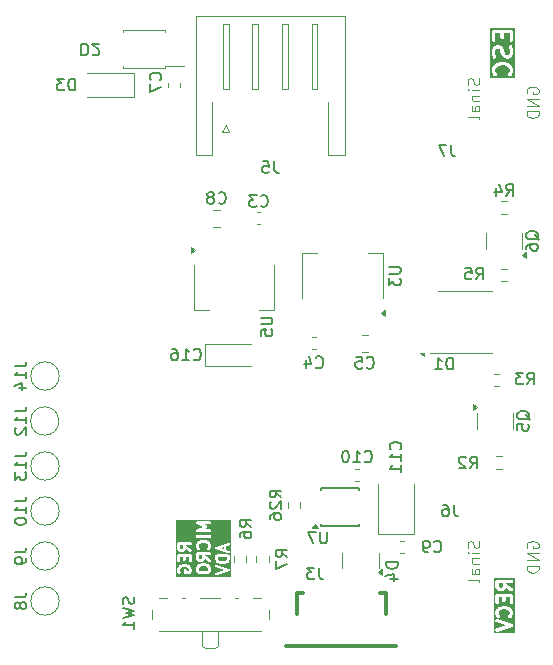
<source format=gbr>
%TF.GenerationSoftware,KiCad,Pcbnew,8.0.8-8.0.8-0~ubuntu24.04.1*%
%TF.CreationDate,2025-02-11T11:04:45-03:00*%
%TF.ProjectId,pm100,706d3130-302e-46b6-9963-61645f706362,rev?*%
%TF.SameCoordinates,Original*%
%TF.FileFunction,Legend,Bot*%
%TF.FilePolarity,Positive*%
%FSLAX46Y46*%
G04 Gerber Fmt 4.6, Leading zero omitted, Abs format (unit mm)*
G04 Created by KiCad (PCBNEW 8.0.8-8.0.8-0~ubuntu24.04.1) date 2025-02-11 11:04:45*
%MOMM*%
%LPD*%
G01*
G04 APERTURE LIST*
%ADD10C,0.100000*%
%ADD11C,0.300000*%
%ADD12C,0.250000*%
%ADD13C,0.150000*%
%ADD14C,0.120000*%
%ADD15C,0.350000*%
G04 APERTURE END LIST*
D10*
X170367038Y-86933693D02*
X170319419Y-86838455D01*
X170319419Y-86838455D02*
X170319419Y-86695598D01*
X170319419Y-86695598D02*
X170367038Y-86552741D01*
X170367038Y-86552741D02*
X170462276Y-86457503D01*
X170462276Y-86457503D02*
X170557514Y-86409884D01*
X170557514Y-86409884D02*
X170747990Y-86362265D01*
X170747990Y-86362265D02*
X170890847Y-86362265D01*
X170890847Y-86362265D02*
X171081323Y-86409884D01*
X171081323Y-86409884D02*
X171176561Y-86457503D01*
X171176561Y-86457503D02*
X171271800Y-86552741D01*
X171271800Y-86552741D02*
X171319419Y-86695598D01*
X171319419Y-86695598D02*
X171319419Y-86790836D01*
X171319419Y-86790836D02*
X171271800Y-86933693D01*
X171271800Y-86933693D02*
X171224180Y-86981312D01*
X171224180Y-86981312D02*
X170890847Y-86981312D01*
X170890847Y-86981312D02*
X170890847Y-86790836D01*
X171319419Y-87409884D02*
X170319419Y-87409884D01*
X170319419Y-87409884D02*
X171319419Y-87981312D01*
X171319419Y-87981312D02*
X170319419Y-87981312D01*
X171319419Y-88457503D02*
X170319419Y-88457503D01*
X170319419Y-88457503D02*
X170319419Y-88695598D01*
X170319419Y-88695598D02*
X170367038Y-88838455D01*
X170367038Y-88838455D02*
X170462276Y-88933693D01*
X170462276Y-88933693D02*
X170557514Y-88981312D01*
X170557514Y-88981312D02*
X170747990Y-89028931D01*
X170747990Y-89028931D02*
X170890847Y-89028931D01*
X170890847Y-89028931D02*
X171081323Y-88981312D01*
X171081323Y-88981312D02*
X171176561Y-88933693D01*
X171176561Y-88933693D02*
X171271800Y-88838455D01*
X171271800Y-88838455D02*
X171319419Y-88695598D01*
X171319419Y-88695598D02*
X171319419Y-88457503D01*
D11*
G36*
X169341995Y-47182927D02*
G01*
X167208661Y-47182927D01*
X167208661Y-46440571D01*
X167375328Y-46440571D01*
X167375328Y-46583428D01*
X167376786Y-46598239D01*
X167376506Y-46602189D01*
X167377687Y-46607383D01*
X167378210Y-46612692D01*
X167379727Y-46616354D01*
X167383026Y-46630862D01*
X167454454Y-46845148D01*
X167466443Y-46871999D01*
X167469973Y-46876069D01*
X167472036Y-46881049D01*
X167490691Y-46903780D01*
X167562119Y-46975208D01*
X167584849Y-46993863D01*
X167638922Y-47016259D01*
X167697448Y-47016259D01*
X167751520Y-46993863D01*
X167792906Y-46952477D01*
X167815302Y-46898405D01*
X167815302Y-46839879D01*
X167792906Y-46785806D01*
X167774251Y-46763076D01*
X167727861Y-46716686D01*
X167675328Y-46559087D01*
X167675328Y-46464911D01*
X167727861Y-46307312D01*
X167828468Y-46206705D01*
X167934827Y-46153526D01*
X168186649Y-46090571D01*
X168364007Y-46090571D01*
X168615828Y-46153525D01*
X168722188Y-46206706D01*
X168822794Y-46307311D01*
X168875328Y-46464913D01*
X168875328Y-46559085D01*
X168822794Y-46716687D01*
X168776406Y-46763075D01*
X168757751Y-46785806D01*
X168735353Y-46839878D01*
X168735353Y-46898404D01*
X168757750Y-46952476D01*
X168799135Y-46993862D01*
X168853207Y-47016260D01*
X168911733Y-47016260D01*
X168965805Y-46993863D01*
X168988536Y-46975209D01*
X169059965Y-46903781D01*
X169078620Y-46881050D01*
X169080681Y-46876073D01*
X169084215Y-46871999D01*
X169096203Y-46845148D01*
X169167631Y-46630862D01*
X169170930Y-46616349D01*
X169172446Y-46612692D01*
X169172968Y-46607389D01*
X169174151Y-46602188D01*
X169173869Y-46598233D01*
X169175328Y-46583428D01*
X169175328Y-46440571D01*
X169173869Y-46425765D01*
X169174151Y-46421811D01*
X169172968Y-46416609D01*
X169172446Y-46411307D01*
X169170930Y-46407649D01*
X169167631Y-46393137D01*
X169096203Y-46178851D01*
X169084215Y-46152000D01*
X169080683Y-46147928D01*
X169078621Y-46142949D01*
X169059966Y-46120219D01*
X168917108Y-45977362D01*
X168905606Y-45967922D01*
X168903010Y-45964929D01*
X168898496Y-45962088D01*
X168894377Y-45958707D01*
X168890717Y-45957191D01*
X168878124Y-45949264D01*
X168735267Y-45877835D01*
X168733126Y-45877015D01*
X168732256Y-45876371D01*
X168719978Y-45871984D01*
X168707804Y-45867326D01*
X168706723Y-45867249D01*
X168704565Y-45866478D01*
X168418851Y-45795050D01*
X168413779Y-45794300D01*
X168411735Y-45793453D01*
X168400712Y-45792367D01*
X168389762Y-45790748D01*
X168387574Y-45791073D01*
X168382471Y-45790571D01*
X168168185Y-45790571D01*
X168163081Y-45791073D01*
X168160894Y-45790748D01*
X168149943Y-45792367D01*
X168138921Y-45793453D01*
X168136876Y-45794300D01*
X168131805Y-45795050D01*
X167846091Y-45866478D01*
X167843932Y-45867249D01*
X167842852Y-45867326D01*
X167830671Y-45871986D01*
X167818400Y-45876371D01*
X167817530Y-45877015D01*
X167815388Y-45877835D01*
X167672532Y-45949264D01*
X167659940Y-45957190D01*
X167656278Y-45958707D01*
X167652155Y-45962090D01*
X167647646Y-45964929D01*
X167645050Y-45967921D01*
X167633548Y-45977362D01*
X167490691Y-46120219D01*
X167472036Y-46142950D01*
X167469973Y-46147929D01*
X167466443Y-46152000D01*
X167454454Y-46178851D01*
X167383026Y-46393137D01*
X167379727Y-46407644D01*
X167378210Y-46411307D01*
X167377687Y-46416615D01*
X167376506Y-46421810D01*
X167376786Y-46425759D01*
X167375328Y-46440571D01*
X167208661Y-46440571D01*
X167208661Y-44797714D01*
X167375328Y-44797714D01*
X167375328Y-45154857D01*
X167376786Y-45169668D01*
X167376506Y-45173618D01*
X167377687Y-45178812D01*
X167378210Y-45184121D01*
X167379727Y-45187783D01*
X167383026Y-45202291D01*
X167454454Y-45416577D01*
X167466443Y-45443428D01*
X167504790Y-45487642D01*
X167557138Y-45513816D01*
X167615518Y-45517965D01*
X167671042Y-45499457D01*
X167715256Y-45461109D01*
X167741430Y-45408762D01*
X167745579Y-45350382D01*
X167739059Y-45321708D01*
X167675328Y-45130516D01*
X167675328Y-44833124D01*
X167720035Y-44743709D01*
X167757039Y-44706705D01*
X167846452Y-44662000D01*
X167918490Y-44662000D01*
X168007901Y-44706705D01*
X168044906Y-44743710D01*
X168098086Y-44850070D01*
X168165521Y-45119808D01*
X168166291Y-45121963D01*
X168166368Y-45123047D01*
X168171035Y-45135243D01*
X168175414Y-45147499D01*
X168176058Y-45148369D01*
X168176878Y-45150510D01*
X168248307Y-45293368D01*
X168256235Y-45305963D01*
X168257751Y-45309622D01*
X168261130Y-45313739D01*
X168263972Y-45318254D01*
X168266966Y-45320850D01*
X168276406Y-45332353D01*
X168347835Y-45403781D01*
X168359335Y-45413219D01*
X168361932Y-45416213D01*
X168366444Y-45419053D01*
X168370565Y-45422435D01*
X168374224Y-45423950D01*
X168386818Y-45431878D01*
X168529674Y-45503307D01*
X168557138Y-45513816D01*
X168562512Y-45514197D01*
X168567493Y-45516261D01*
X168596757Y-45519143D01*
X168739614Y-45519143D01*
X168768878Y-45516261D01*
X168773858Y-45514197D01*
X168779233Y-45513816D01*
X168806696Y-45503307D01*
X168949553Y-45431878D01*
X168962148Y-45423949D01*
X168965805Y-45422435D01*
X168969922Y-45419055D01*
X168974439Y-45416213D01*
X168977036Y-45413218D01*
X168988536Y-45403781D01*
X169059965Y-45332353D01*
X169069404Y-45320850D01*
X169072400Y-45318253D01*
X169075241Y-45313738D01*
X169078620Y-45309622D01*
X169080135Y-45305963D01*
X169088064Y-45293367D01*
X169159493Y-45150509D01*
X169170002Y-45123046D01*
X169170383Y-45117670D01*
X169172446Y-45112692D01*
X169175328Y-45083428D01*
X169175328Y-44726286D01*
X169173869Y-44711480D01*
X169174151Y-44707526D01*
X169172968Y-44702324D01*
X169172446Y-44697022D01*
X169170930Y-44693364D01*
X169167631Y-44678852D01*
X169096203Y-44464566D01*
X169084215Y-44437715D01*
X169045867Y-44393501D01*
X168993520Y-44367327D01*
X168935140Y-44363177D01*
X168879615Y-44381685D01*
X168835401Y-44420033D01*
X168809227Y-44472380D01*
X168805077Y-44530760D01*
X168811597Y-44559434D01*
X168875328Y-44750628D01*
X168875328Y-45048018D01*
X168830622Y-45137430D01*
X168793618Y-45174435D01*
X168704204Y-45219143D01*
X168632167Y-45219143D01*
X168542753Y-45174435D01*
X168505748Y-45137431D01*
X168452569Y-45031072D01*
X168385135Y-44761334D01*
X168384363Y-44759175D01*
X168384287Y-44758095D01*
X168379626Y-44745914D01*
X168375242Y-44733643D01*
X168374597Y-44732773D01*
X168373778Y-44730631D01*
X168302349Y-44587775D01*
X168294421Y-44575181D01*
X168292906Y-44571522D01*
X168289524Y-44567401D01*
X168286684Y-44562889D01*
X168283690Y-44560292D01*
X168274252Y-44548792D01*
X168202824Y-44477363D01*
X168191321Y-44467923D01*
X168188725Y-44464929D01*
X168184210Y-44462087D01*
X168180093Y-44458708D01*
X168176434Y-44457192D01*
X168163839Y-44449264D01*
X168020982Y-44377836D01*
X167993518Y-44367326D01*
X167988142Y-44366944D01*
X167983164Y-44364882D01*
X167953900Y-44362000D01*
X167811042Y-44362000D01*
X167781778Y-44364882D01*
X167776799Y-44366944D01*
X167771424Y-44367326D01*
X167743961Y-44377836D01*
X167601103Y-44449264D01*
X167588508Y-44457192D01*
X167584849Y-44458708D01*
X167580728Y-44462089D01*
X167576218Y-44464929D01*
X167573623Y-44467920D01*
X167562118Y-44477363D01*
X167490690Y-44548792D01*
X167481252Y-44560291D01*
X167478258Y-44562889D01*
X167475415Y-44567405D01*
X167472036Y-44571523D01*
X167470521Y-44575179D01*
X167462593Y-44587775D01*
X167391164Y-44730632D01*
X167380655Y-44758095D01*
X167380273Y-44763469D01*
X167378210Y-44768450D01*
X167375328Y-44797714D01*
X167208661Y-44797714D01*
X167208661Y-43226285D01*
X167375328Y-43226285D01*
X167375328Y-43940571D01*
X167378210Y-43969835D01*
X167400608Y-44023907D01*
X167441992Y-44065291D01*
X167496064Y-44087689D01*
X167554592Y-44087689D01*
X167608664Y-44065291D01*
X167650048Y-44023907D01*
X167672446Y-43969835D01*
X167675328Y-43940571D01*
X167675328Y-43376285D01*
X168089614Y-43376285D01*
X168089614Y-43726285D01*
X168092496Y-43755549D01*
X168114894Y-43809621D01*
X168156278Y-43851005D01*
X168210350Y-43873403D01*
X168268878Y-43873403D01*
X168322950Y-43851005D01*
X168364334Y-43809621D01*
X168386732Y-43755549D01*
X168389614Y-43726285D01*
X168389614Y-43376285D01*
X168875328Y-43376285D01*
X168875328Y-43940571D01*
X168878210Y-43969835D01*
X168900608Y-44023907D01*
X168941992Y-44065291D01*
X168996064Y-44087689D01*
X169054592Y-44087689D01*
X169108664Y-44065291D01*
X169150048Y-44023907D01*
X169172446Y-43969835D01*
X169175328Y-43940571D01*
X169175328Y-43226285D01*
X169172446Y-43197021D01*
X169150048Y-43142949D01*
X169108664Y-43101565D01*
X169054592Y-43079167D01*
X169025328Y-43076285D01*
X167525328Y-43076285D01*
X167496064Y-43079167D01*
X167441992Y-43101565D01*
X167400608Y-43142949D01*
X167378210Y-43197021D01*
X167375328Y-43226285D01*
X167208661Y-43226285D01*
X167208661Y-42909618D01*
X169341995Y-42909618D01*
X169341995Y-47182927D01*
G37*
D10*
X166271800Y-47162782D02*
X166319419Y-47305639D01*
X166319419Y-47305639D02*
X166319419Y-47543734D01*
X166319419Y-47543734D02*
X166271800Y-47638972D01*
X166271800Y-47638972D02*
X166224180Y-47686591D01*
X166224180Y-47686591D02*
X166128942Y-47734210D01*
X166128942Y-47734210D02*
X166033704Y-47734210D01*
X166033704Y-47734210D02*
X165938466Y-47686591D01*
X165938466Y-47686591D02*
X165890847Y-47638972D01*
X165890847Y-47638972D02*
X165843228Y-47543734D01*
X165843228Y-47543734D02*
X165795609Y-47353258D01*
X165795609Y-47353258D02*
X165747990Y-47258020D01*
X165747990Y-47258020D02*
X165700371Y-47210401D01*
X165700371Y-47210401D02*
X165605133Y-47162782D01*
X165605133Y-47162782D02*
X165509895Y-47162782D01*
X165509895Y-47162782D02*
X165414657Y-47210401D01*
X165414657Y-47210401D02*
X165367038Y-47258020D01*
X165367038Y-47258020D02*
X165319419Y-47353258D01*
X165319419Y-47353258D02*
X165319419Y-47591353D01*
X165319419Y-47591353D02*
X165367038Y-47734210D01*
X166319419Y-48162782D02*
X165652752Y-48162782D01*
X165319419Y-48162782D02*
X165367038Y-48115163D01*
X165367038Y-48115163D02*
X165414657Y-48162782D01*
X165414657Y-48162782D02*
X165367038Y-48210401D01*
X165367038Y-48210401D02*
X165319419Y-48162782D01*
X165319419Y-48162782D02*
X165414657Y-48162782D01*
X165652752Y-48638972D02*
X166319419Y-48638972D01*
X165747990Y-48638972D02*
X165700371Y-48686591D01*
X165700371Y-48686591D02*
X165652752Y-48781829D01*
X165652752Y-48781829D02*
X165652752Y-48924686D01*
X165652752Y-48924686D02*
X165700371Y-49019924D01*
X165700371Y-49019924D02*
X165795609Y-49067543D01*
X165795609Y-49067543D02*
X166319419Y-49067543D01*
X166319419Y-49972305D02*
X165795609Y-49972305D01*
X165795609Y-49972305D02*
X165700371Y-49924686D01*
X165700371Y-49924686D02*
X165652752Y-49829448D01*
X165652752Y-49829448D02*
X165652752Y-49638972D01*
X165652752Y-49638972D02*
X165700371Y-49543734D01*
X166271800Y-49972305D02*
X166319419Y-49877067D01*
X166319419Y-49877067D02*
X166319419Y-49638972D01*
X166319419Y-49638972D02*
X166271800Y-49543734D01*
X166271800Y-49543734D02*
X166176561Y-49496115D01*
X166176561Y-49496115D02*
X166081323Y-49496115D01*
X166081323Y-49496115D02*
X165986085Y-49543734D01*
X165986085Y-49543734D02*
X165938466Y-49638972D01*
X165938466Y-49638972D02*
X165938466Y-49877067D01*
X165938466Y-49877067D02*
X165890847Y-49972305D01*
X166319419Y-50591353D02*
X166271800Y-50496115D01*
X166271800Y-50496115D02*
X166176561Y-50448496D01*
X166176561Y-50448496D02*
X165319419Y-50448496D01*
X170367038Y-48448496D02*
X170319419Y-48353258D01*
X170319419Y-48353258D02*
X170319419Y-48210401D01*
X170319419Y-48210401D02*
X170367038Y-48067544D01*
X170367038Y-48067544D02*
X170462276Y-47972306D01*
X170462276Y-47972306D02*
X170557514Y-47924687D01*
X170557514Y-47924687D02*
X170747990Y-47877068D01*
X170747990Y-47877068D02*
X170890847Y-47877068D01*
X170890847Y-47877068D02*
X171081323Y-47924687D01*
X171081323Y-47924687D02*
X171176561Y-47972306D01*
X171176561Y-47972306D02*
X171271800Y-48067544D01*
X171271800Y-48067544D02*
X171319419Y-48210401D01*
X171319419Y-48210401D02*
X171319419Y-48305639D01*
X171319419Y-48305639D02*
X171271800Y-48448496D01*
X171271800Y-48448496D02*
X171224180Y-48496115D01*
X171224180Y-48496115D02*
X170890847Y-48496115D01*
X170890847Y-48496115D02*
X170890847Y-48305639D01*
X171319419Y-48924687D02*
X170319419Y-48924687D01*
X170319419Y-48924687D02*
X171319419Y-49496115D01*
X171319419Y-49496115D02*
X170319419Y-49496115D01*
X171319419Y-49972306D02*
X170319419Y-49972306D01*
X170319419Y-49972306D02*
X170319419Y-50210401D01*
X170319419Y-50210401D02*
X170367038Y-50353258D01*
X170367038Y-50353258D02*
X170462276Y-50448496D01*
X170462276Y-50448496D02*
X170557514Y-50496115D01*
X170557514Y-50496115D02*
X170747990Y-50543734D01*
X170747990Y-50543734D02*
X170890847Y-50543734D01*
X170890847Y-50543734D02*
X171081323Y-50496115D01*
X171081323Y-50496115D02*
X171176561Y-50448496D01*
X171176561Y-50448496D02*
X171271800Y-50353258D01*
X171271800Y-50353258D02*
X171319419Y-50210401D01*
X171319419Y-50210401D02*
X171319419Y-49972306D01*
X166271800Y-86362265D02*
X166319419Y-86505122D01*
X166319419Y-86505122D02*
X166319419Y-86743217D01*
X166319419Y-86743217D02*
X166271800Y-86838455D01*
X166271800Y-86838455D02*
X166224180Y-86886074D01*
X166224180Y-86886074D02*
X166128942Y-86933693D01*
X166128942Y-86933693D02*
X166033704Y-86933693D01*
X166033704Y-86933693D02*
X165938466Y-86886074D01*
X165938466Y-86886074D02*
X165890847Y-86838455D01*
X165890847Y-86838455D02*
X165843228Y-86743217D01*
X165843228Y-86743217D02*
X165795609Y-86552741D01*
X165795609Y-86552741D02*
X165747990Y-86457503D01*
X165747990Y-86457503D02*
X165700371Y-86409884D01*
X165700371Y-86409884D02*
X165605133Y-86362265D01*
X165605133Y-86362265D02*
X165509895Y-86362265D01*
X165509895Y-86362265D02*
X165414657Y-86409884D01*
X165414657Y-86409884D02*
X165367038Y-86457503D01*
X165367038Y-86457503D02*
X165319419Y-86552741D01*
X165319419Y-86552741D02*
X165319419Y-86790836D01*
X165319419Y-86790836D02*
X165367038Y-86933693D01*
X166319419Y-87362265D02*
X165652752Y-87362265D01*
X165319419Y-87362265D02*
X165367038Y-87314646D01*
X165367038Y-87314646D02*
X165414657Y-87362265D01*
X165414657Y-87362265D02*
X165367038Y-87409884D01*
X165367038Y-87409884D02*
X165319419Y-87362265D01*
X165319419Y-87362265D02*
X165414657Y-87362265D01*
X165652752Y-87838455D02*
X166319419Y-87838455D01*
X165747990Y-87838455D02*
X165700371Y-87886074D01*
X165700371Y-87886074D02*
X165652752Y-87981312D01*
X165652752Y-87981312D02*
X165652752Y-88124169D01*
X165652752Y-88124169D02*
X165700371Y-88219407D01*
X165700371Y-88219407D02*
X165795609Y-88267026D01*
X165795609Y-88267026D02*
X166319419Y-88267026D01*
X166319419Y-89171788D02*
X165795609Y-89171788D01*
X165795609Y-89171788D02*
X165700371Y-89124169D01*
X165700371Y-89124169D02*
X165652752Y-89028931D01*
X165652752Y-89028931D02*
X165652752Y-88838455D01*
X165652752Y-88838455D02*
X165700371Y-88743217D01*
X166271800Y-89171788D02*
X166319419Y-89076550D01*
X166319419Y-89076550D02*
X166319419Y-88838455D01*
X166319419Y-88838455D02*
X166271800Y-88743217D01*
X166271800Y-88743217D02*
X166176561Y-88695598D01*
X166176561Y-88695598D02*
X166081323Y-88695598D01*
X166081323Y-88695598D02*
X165986085Y-88743217D01*
X165986085Y-88743217D02*
X165938466Y-88838455D01*
X165938466Y-88838455D02*
X165938466Y-89076550D01*
X165938466Y-89076550D02*
X165890847Y-89171788D01*
X166319419Y-89790836D02*
X166271800Y-89695598D01*
X166271800Y-89695598D02*
X166176561Y-89647979D01*
X166176561Y-89647979D02*
X165319419Y-89647979D01*
D12*
G36*
X143244855Y-88546873D02*
G01*
X143301268Y-88603287D01*
X143326619Y-88653987D01*
X143326619Y-88785446D01*
X143301268Y-88836146D01*
X143244855Y-88892560D01*
X143102896Y-88928050D01*
X142800341Y-88928050D01*
X142658381Y-88892560D01*
X142601970Y-88836149D01*
X142576619Y-88785447D01*
X142576619Y-88653987D01*
X142601970Y-88603285D01*
X142658381Y-88546874D01*
X142800341Y-88511384D01*
X143102896Y-88511384D01*
X143244855Y-88546873D01*
G37*
G36*
X144936563Y-87842288D02*
G01*
X144904690Y-87937906D01*
X144844659Y-87997937D01*
X144779840Y-88030347D01*
X144617602Y-88070907D01*
X144505523Y-88070907D01*
X144343286Y-88030347D01*
X144278463Y-87997936D01*
X144218435Y-87937908D01*
X144186563Y-87842290D01*
X144186563Y-87749479D01*
X144936563Y-87749479D01*
X144936563Y-87842288D01*
G37*
G36*
X142850428Y-87785446D02*
G01*
X142825077Y-87836147D01*
X142806145Y-87855080D01*
X142755444Y-87880431D01*
X142671604Y-87880431D01*
X142620902Y-87855080D01*
X142601969Y-87836148D01*
X142576619Y-87785447D01*
X142576619Y-87559003D01*
X142850428Y-87559003D01*
X142850428Y-87785446D01*
G37*
G36*
X144650848Y-87022478D02*
G01*
X144456847Y-86957812D01*
X144650848Y-86893145D01*
X144650848Y-87022478D01*
G37*
G36*
X141240484Y-86928303D02*
G01*
X141215133Y-86979004D01*
X141196201Y-86997937D01*
X141145500Y-87023288D01*
X141061660Y-87023288D01*
X141010958Y-86997937D01*
X140992025Y-86979005D01*
X140966675Y-86928304D01*
X140966675Y-86701860D01*
X141240484Y-86701860D01*
X141240484Y-86928303D01*
G37*
G36*
X145311563Y-89397306D02*
G01*
X140591675Y-89397306D01*
X140591675Y-88767336D01*
X140716675Y-88767336D01*
X140716675Y-88910193D01*
X140719077Y-88934579D01*
X140720795Y-88938727D01*
X140721114Y-88943209D01*
X140729872Y-88966095D01*
X140777490Y-89061332D01*
X140790545Y-89082070D01*
X140827390Y-89114026D01*
X140873660Y-89129449D01*
X140922310Y-89125991D01*
X140965933Y-89104180D01*
X140997889Y-89067335D01*
X141013312Y-89021064D01*
X141009855Y-88972415D01*
X141001097Y-88949529D01*
X140966675Y-88880685D01*
X140966675Y-88787619D01*
X140998547Y-88692001D01*
X141058575Y-88631973D01*
X141123398Y-88599562D01*
X141285635Y-88559003D01*
X141397714Y-88559003D01*
X141559952Y-88599562D01*
X141624771Y-88631972D01*
X141684802Y-88692003D01*
X141716675Y-88787621D01*
X141716675Y-88842288D01*
X141688088Y-88928050D01*
X141538103Y-88928050D01*
X141538103Y-88862574D01*
X141535701Y-88838188D01*
X141517037Y-88793128D01*
X141482549Y-88758640D01*
X141437489Y-88739976D01*
X141388717Y-88739976D01*
X141343657Y-88758640D01*
X141309169Y-88793128D01*
X141290505Y-88838188D01*
X141288103Y-88862574D01*
X141288103Y-89053050D01*
X141290505Y-89077435D01*
X141290505Y-89077436D01*
X141309169Y-89122496D01*
X141343657Y-89156984D01*
X141388717Y-89175648D01*
X141413103Y-89178050D01*
X141746436Y-89178050D01*
X141770822Y-89175648D01*
X141815882Y-89156984D01*
X141815886Y-89156979D01*
X141834823Y-89141439D01*
X141882443Y-89093820D01*
X141897989Y-89074879D01*
X141899709Y-89070725D01*
X141902651Y-89067334D01*
X141912641Y-89044959D01*
X141960260Y-88902103D01*
X141963009Y-88890009D01*
X141964273Y-88886960D01*
X141964708Y-88882538D01*
X141965693Y-88878209D01*
X141965459Y-88874917D01*
X141966675Y-88862574D01*
X141966675Y-88767336D01*
X141965459Y-88754992D01*
X141965693Y-88751701D01*
X141964708Y-88747371D01*
X141964273Y-88742950D01*
X141963009Y-88739900D01*
X141960260Y-88727807D01*
X141925817Y-88624479D01*
X142326619Y-88624479D01*
X142326619Y-88814955D01*
X142329021Y-88839341D01*
X142330739Y-88843489D01*
X142331058Y-88847971D01*
X142339816Y-88870857D01*
X142387434Y-88966094D01*
X142394043Y-88976592D01*
X142395305Y-88979639D01*
X142398120Y-88983070D01*
X142400489Y-88986832D01*
X142402983Y-88988995D01*
X142410850Y-88998581D01*
X142506088Y-89093819D01*
X142525030Y-89109364D01*
X142533615Y-89112920D01*
X142541084Y-89118454D01*
X142564159Y-89126699D01*
X142754635Y-89174318D01*
X142758864Y-89174943D01*
X142760566Y-89175648D01*
X142769745Y-89176552D01*
X142778875Y-89177902D01*
X142780697Y-89177630D01*
X142784952Y-89178050D01*
X143118285Y-89178050D01*
X143122539Y-89177630D01*
X143124361Y-89177902D01*
X143133489Y-89176552D01*
X143142671Y-89175648D01*
X143144372Y-89174943D01*
X143148602Y-89174318D01*
X143339078Y-89126699D01*
X143362153Y-89118454D01*
X143369619Y-89112921D01*
X143378207Y-89109365D01*
X143397149Y-89093820D01*
X143492388Y-88998582D01*
X143500257Y-88988993D01*
X143502749Y-88986832D01*
X143505114Y-88983074D01*
X143507933Y-88979640D01*
X143509196Y-88976589D01*
X143515803Y-88966095D01*
X143563422Y-88870857D01*
X143572180Y-88847971D01*
X143572498Y-88843490D01*
X143574217Y-88839341D01*
X143576619Y-88814955D01*
X143576619Y-88624479D01*
X143574217Y-88600093D01*
X143572498Y-88595943D01*
X143572180Y-88591463D01*
X143563422Y-88568577D01*
X143515803Y-88473339D01*
X143511175Y-88465988D01*
X143937545Y-88465988D01*
X143941002Y-88514637D01*
X143962814Y-88558262D01*
X143999660Y-88590217D01*
X144022035Y-88600207D01*
X144666279Y-88814955D01*
X144022035Y-89029703D01*
X143999660Y-89039693D01*
X143962814Y-89071648D01*
X143941002Y-89115273D01*
X143937545Y-89163922D01*
X143952968Y-89210191D01*
X143984923Y-89247037D01*
X144028548Y-89268849D01*
X144077197Y-89272306D01*
X144101091Y-89266873D01*
X145101091Y-88933541D01*
X145123466Y-88923550D01*
X145130213Y-88917698D01*
X145138202Y-88913704D01*
X145148468Y-88901866D01*
X145160312Y-88891595D01*
X145164307Y-88883603D01*
X145170158Y-88876858D01*
X145175113Y-88861993D01*
X145182124Y-88847971D01*
X145182757Y-88839060D01*
X145185581Y-88830589D01*
X145184470Y-88814955D01*
X145185581Y-88799321D01*
X145182757Y-88790849D01*
X145182124Y-88781939D01*
X145175113Y-88767917D01*
X145170158Y-88753052D01*
X145164307Y-88746306D01*
X145160312Y-88738315D01*
X145148468Y-88728043D01*
X145138202Y-88716206D01*
X145130213Y-88712211D01*
X145123466Y-88706360D01*
X145101091Y-88696369D01*
X144101091Y-88363037D01*
X144077197Y-88357604D01*
X144028548Y-88361061D01*
X143984923Y-88382873D01*
X143952968Y-88419719D01*
X143937545Y-88465988D01*
X143511175Y-88465988D01*
X143509196Y-88462844D01*
X143507933Y-88459794D01*
X143505114Y-88456359D01*
X143502749Y-88452602D01*
X143500257Y-88450440D01*
X143492388Y-88440852D01*
X143397149Y-88345614D01*
X143378207Y-88330069D01*
X143369619Y-88326512D01*
X143362153Y-88320980D01*
X143339078Y-88312735D01*
X143148602Y-88265116D01*
X143144372Y-88264490D01*
X143142671Y-88263786D01*
X143133489Y-88262881D01*
X143124361Y-88261532D01*
X143122539Y-88261803D01*
X143118285Y-88261384D01*
X142784952Y-88261384D01*
X142780697Y-88261803D01*
X142778875Y-88261532D01*
X142769745Y-88262881D01*
X142760566Y-88263786D01*
X142758864Y-88264490D01*
X142754635Y-88265116D01*
X142564159Y-88312735D01*
X142541084Y-88320980D01*
X142533615Y-88326513D01*
X142525030Y-88330070D01*
X142506088Y-88345615D01*
X142410850Y-88440853D01*
X142402983Y-88450438D01*
X142400489Y-88452602D01*
X142398120Y-88456363D01*
X142395305Y-88459795D01*
X142394043Y-88462841D01*
X142387434Y-88473340D01*
X142339816Y-88568577D01*
X142331058Y-88591463D01*
X142330739Y-88595944D01*
X142329021Y-88600093D01*
X142326619Y-88624479D01*
X141925817Y-88624479D01*
X141912641Y-88584951D01*
X141902651Y-88562576D01*
X141899708Y-88559183D01*
X141897989Y-88555032D01*
X141882444Y-88536090D01*
X141787205Y-88440852D01*
X141777616Y-88432983D01*
X141775456Y-88430492D01*
X141771699Y-88428127D01*
X141768263Y-88425307D01*
X141765212Y-88424043D01*
X141754718Y-88417437D01*
X141659481Y-88369819D01*
X141657695Y-88369135D01*
X141656971Y-88368599D01*
X141646741Y-88364943D01*
X141636595Y-88361061D01*
X141635695Y-88360997D01*
X141633896Y-88360354D01*
X141443420Y-88312735D01*
X141439190Y-88312109D01*
X141437489Y-88311405D01*
X141428307Y-88310500D01*
X141419179Y-88309151D01*
X141417357Y-88309422D01*
X141413103Y-88309003D01*
X141270246Y-88309003D01*
X141265991Y-88309422D01*
X141264169Y-88309151D01*
X141255039Y-88310500D01*
X141245860Y-88311405D01*
X141244158Y-88312109D01*
X141239929Y-88312735D01*
X141049453Y-88360354D01*
X141047653Y-88360997D01*
X141046754Y-88361061D01*
X141036607Y-88364943D01*
X141026378Y-88368599D01*
X141025653Y-88369135D01*
X141023868Y-88369819D01*
X140928630Y-88417438D01*
X140918133Y-88424045D01*
X140915086Y-88425308D01*
X140911654Y-88428124D01*
X140907893Y-88430492D01*
X140905729Y-88432986D01*
X140896144Y-88440853D01*
X140800906Y-88536091D01*
X140785361Y-88555033D01*
X140783642Y-88559182D01*
X140780699Y-88562576D01*
X140770708Y-88584951D01*
X140723090Y-88727808D01*
X140720340Y-88739898D01*
X140719077Y-88742950D01*
X140718641Y-88747372D01*
X140717657Y-88751702D01*
X140717890Y-88754992D01*
X140716675Y-88767336D01*
X140591675Y-88767336D01*
X140591675Y-87576860D01*
X140716675Y-87576860D01*
X140716675Y-88053050D01*
X140719077Y-88077436D01*
X140737741Y-88122496D01*
X140772229Y-88156984D01*
X140817289Y-88175648D01*
X140866061Y-88175648D01*
X140911121Y-88156984D01*
X140945609Y-88122496D01*
X140964273Y-88077436D01*
X140966675Y-88053050D01*
X140966675Y-87701860D01*
X141192865Y-87701860D01*
X141192865Y-87910193D01*
X141195267Y-87934579D01*
X141213931Y-87979639D01*
X141248419Y-88014127D01*
X141293479Y-88032791D01*
X141342251Y-88032791D01*
X141387311Y-88014127D01*
X141421799Y-87979639D01*
X141440463Y-87934579D01*
X141442865Y-87910193D01*
X141442865Y-87701860D01*
X141716675Y-87701860D01*
X141716675Y-88053050D01*
X141719077Y-88077436D01*
X141737741Y-88122496D01*
X141772229Y-88156984D01*
X141817289Y-88175648D01*
X141866061Y-88175648D01*
X141911121Y-88156984D01*
X141945609Y-88122496D01*
X141964273Y-88077436D01*
X141966675Y-88053050D01*
X141966675Y-87576860D01*
X141964273Y-87552474D01*
X141945609Y-87507414D01*
X141911121Y-87472926D01*
X141866061Y-87454262D01*
X141841675Y-87451860D01*
X140841675Y-87451860D01*
X140817289Y-87454262D01*
X140772229Y-87472926D01*
X140737741Y-87507414D01*
X140719077Y-87552474D01*
X140716675Y-87576860D01*
X140591675Y-87576860D01*
X140591675Y-87434003D01*
X142326619Y-87434003D01*
X142326619Y-87814955D01*
X142329021Y-87839341D01*
X142330739Y-87843489D01*
X142331058Y-87847971D01*
X142339816Y-87870857D01*
X142387434Y-87966094D01*
X142394043Y-87976592D01*
X142395305Y-87979639D01*
X142398120Y-87983070D01*
X142400489Y-87986832D01*
X142402983Y-87988995D01*
X142410850Y-87998581D01*
X142458468Y-88046200D01*
X142468056Y-88054069D01*
X142470218Y-88056561D01*
X142473975Y-88058926D01*
X142477410Y-88061745D01*
X142480460Y-88063008D01*
X142490955Y-88069615D01*
X142586193Y-88117234D01*
X142609079Y-88125992D01*
X142613559Y-88126310D01*
X142617709Y-88128029D01*
X142642095Y-88130431D01*
X142784952Y-88130431D01*
X142809338Y-88128029D01*
X142813486Y-88126310D01*
X142817968Y-88125992D01*
X142840854Y-88117234D01*
X142936091Y-88069616D01*
X142946589Y-88063006D01*
X142949636Y-88061745D01*
X142953067Y-88058929D01*
X142956829Y-88056561D01*
X142958992Y-88054066D01*
X142968578Y-88046200D01*
X143016197Y-87998582D01*
X143024066Y-87988993D01*
X143026558Y-87986832D01*
X143028923Y-87983074D01*
X143031742Y-87979640D01*
X143033005Y-87976589D01*
X143039612Y-87966095D01*
X143075347Y-87894623D01*
X143379936Y-88107835D01*
X143401292Y-88119852D01*
X143448909Y-88130402D01*
X143496941Y-88121926D01*
X143538071Y-88095714D01*
X143566040Y-88055759D01*
X143576590Y-88008141D01*
X143568114Y-87960110D01*
X143541902Y-87918979D01*
X143523302Y-87903027D01*
X143125377Y-87624479D01*
X143936563Y-87624479D01*
X143936563Y-87862574D01*
X143937778Y-87874917D01*
X143937545Y-87878208D01*
X143938529Y-87882537D01*
X143938965Y-87886960D01*
X143940228Y-87890011D01*
X143942978Y-87902102D01*
X143990596Y-88044959D01*
X144000587Y-88067334D01*
X144003530Y-88070727D01*
X144005249Y-88074877D01*
X144020794Y-88093819D01*
X144116032Y-88189057D01*
X144125617Y-88196923D01*
X144127781Y-88199418D01*
X144131542Y-88201785D01*
X144134974Y-88204602D01*
X144138021Y-88205864D01*
X144148518Y-88212472D01*
X144243756Y-88260091D01*
X144245541Y-88260774D01*
X144246266Y-88261311D01*
X144256495Y-88264966D01*
X144266642Y-88268849D01*
X144267541Y-88268912D01*
X144269341Y-88269556D01*
X144459817Y-88317175D01*
X144464046Y-88317800D01*
X144465748Y-88318505D01*
X144474927Y-88319409D01*
X144484057Y-88320759D01*
X144485879Y-88320487D01*
X144490134Y-88320907D01*
X144632991Y-88320907D01*
X144637245Y-88320487D01*
X144639067Y-88320759D01*
X144648195Y-88319409D01*
X144657377Y-88318505D01*
X144659078Y-88317800D01*
X144663308Y-88317175D01*
X144853784Y-88269556D01*
X144855583Y-88268912D01*
X144856483Y-88268849D01*
X144866629Y-88264966D01*
X144876859Y-88261311D01*
X144877583Y-88260774D01*
X144879369Y-88260091D01*
X144974606Y-88212473D01*
X144985100Y-88205866D01*
X144988151Y-88204603D01*
X144991587Y-88201782D01*
X144995344Y-88199418D01*
X144997504Y-88196926D01*
X145007093Y-88189058D01*
X145102332Y-88093820D01*
X145117877Y-88074878D01*
X145119596Y-88070726D01*
X145122539Y-88067334D01*
X145132529Y-88044959D01*
X145180148Y-87902103D01*
X145182897Y-87890009D01*
X145184161Y-87886960D01*
X145184596Y-87882538D01*
X145185581Y-87878209D01*
X145185347Y-87874917D01*
X145186563Y-87862574D01*
X145186563Y-87624479D01*
X145184161Y-87600093D01*
X145165497Y-87555033D01*
X145131009Y-87520545D01*
X145085949Y-87501881D01*
X145061563Y-87499479D01*
X144061563Y-87499479D01*
X144037177Y-87501881D01*
X143992117Y-87520545D01*
X143957629Y-87555033D01*
X143938965Y-87600093D01*
X143936563Y-87624479D01*
X143125377Y-87624479D01*
X143100428Y-87607015D01*
X143100428Y-87559003D01*
X143451619Y-87559003D01*
X143476005Y-87556601D01*
X143521065Y-87537937D01*
X143555553Y-87503449D01*
X143574217Y-87458389D01*
X143574217Y-87409617D01*
X143555553Y-87364557D01*
X143521065Y-87330069D01*
X143476005Y-87311405D01*
X143451619Y-87309003D01*
X142451619Y-87309003D01*
X142427233Y-87311405D01*
X142382173Y-87330069D01*
X142347685Y-87364557D01*
X142329021Y-87409617D01*
X142326619Y-87434003D01*
X140591675Y-87434003D01*
X140591675Y-86576860D01*
X140716675Y-86576860D01*
X140716675Y-86957812D01*
X140719077Y-86982198D01*
X140720795Y-86986346D01*
X140721114Y-86990828D01*
X140729872Y-87013714D01*
X140777490Y-87108951D01*
X140784099Y-87119449D01*
X140785361Y-87122496D01*
X140788176Y-87125927D01*
X140790545Y-87129689D01*
X140793039Y-87131852D01*
X140800906Y-87141438D01*
X140848524Y-87189057D01*
X140858112Y-87196926D01*
X140860274Y-87199418D01*
X140864031Y-87201783D01*
X140867466Y-87204602D01*
X140870516Y-87205865D01*
X140881011Y-87212472D01*
X140976249Y-87260091D01*
X140999135Y-87268849D01*
X141003615Y-87269167D01*
X141007765Y-87270886D01*
X141032151Y-87273288D01*
X141175008Y-87273288D01*
X141199394Y-87270886D01*
X141203542Y-87269167D01*
X141208024Y-87268849D01*
X141230910Y-87260091D01*
X141326147Y-87212473D01*
X141336645Y-87205863D01*
X141339692Y-87204602D01*
X141343123Y-87201786D01*
X141346885Y-87199418D01*
X141349048Y-87196923D01*
X141358634Y-87189057D01*
X141406253Y-87141439D01*
X141414122Y-87131850D01*
X141416614Y-87129689D01*
X141418979Y-87125931D01*
X141421798Y-87122497D01*
X141423061Y-87119446D01*
X141429668Y-87108952D01*
X141465403Y-87037480D01*
X141769992Y-87250692D01*
X141791348Y-87262709D01*
X141838965Y-87273259D01*
X141886997Y-87264783D01*
X141928127Y-87238571D01*
X141956096Y-87198616D01*
X141966646Y-87150998D01*
X141958170Y-87102967D01*
X141931958Y-87061836D01*
X141913358Y-87045884D01*
X141490484Y-86749872D01*
X141490484Y-86719717D01*
X142326619Y-86719717D01*
X142326619Y-86814955D01*
X142327834Y-86827298D01*
X142327601Y-86830589D01*
X142328585Y-86834918D01*
X142329021Y-86839341D01*
X142330284Y-86842392D01*
X142333034Y-86854483D01*
X142380652Y-86997340D01*
X142390643Y-87019715D01*
X142393586Y-87023108D01*
X142395305Y-87027258D01*
X142410850Y-87046200D01*
X142458468Y-87093819D01*
X142477410Y-87109364D01*
X142522470Y-87128029D01*
X142571243Y-87128029D01*
X142616303Y-87109364D01*
X142650790Y-87074877D01*
X142669455Y-87029817D01*
X142669455Y-86981044D01*
X142650790Y-86935984D01*
X142635245Y-86917042D01*
X142608491Y-86890289D01*
X142576619Y-86794671D01*
X142576619Y-86740000D01*
X142608491Y-86644382D01*
X142668519Y-86584354D01*
X142733342Y-86551943D01*
X142895579Y-86511384D01*
X143007658Y-86511384D01*
X143169896Y-86551943D01*
X143234715Y-86584353D01*
X143294746Y-86644384D01*
X143326619Y-86740002D01*
X143326619Y-86794669D01*
X143294746Y-86890288D01*
X143267993Y-86917042D01*
X143252447Y-86935984D01*
X143233782Y-86981043D01*
X143233782Y-87029816D01*
X143252446Y-87074876D01*
X143286933Y-87109364D01*
X143331992Y-87128029D01*
X143380765Y-87128029D01*
X143425825Y-87109365D01*
X143444767Y-87093820D01*
X143492387Y-87046201D01*
X143507933Y-87027260D01*
X143509653Y-87023106D01*
X143512595Y-87019715D01*
X143522585Y-86997340D01*
X143540972Y-86942178D01*
X143937545Y-86942178D01*
X143938655Y-86957812D01*
X143937545Y-86973446D01*
X143940368Y-86981917D01*
X143941002Y-86990827D01*
X143948012Y-87004847D01*
X143952968Y-87019715D01*
X143958818Y-87026461D01*
X143962814Y-87034452D01*
X143974654Y-87044720D01*
X143984923Y-87056561D01*
X143992913Y-87060556D01*
X143999660Y-87066407D01*
X144022035Y-87076397D01*
X145022034Y-87409730D01*
X145045928Y-87415163D01*
X145094578Y-87411706D01*
X145138202Y-87389894D01*
X145170158Y-87353048D01*
X145185581Y-87306779D01*
X145182124Y-87258129D01*
X145160312Y-87214505D01*
X145123466Y-87182550D01*
X145101091Y-87172559D01*
X144900848Y-87105811D01*
X144900848Y-86809812D01*
X145101091Y-86743065D01*
X145123466Y-86733074D01*
X145160312Y-86701119D01*
X145182124Y-86657495D01*
X145185581Y-86608845D01*
X145170158Y-86562576D01*
X145138202Y-86525730D01*
X145094578Y-86503918D01*
X145045928Y-86500461D01*
X145022034Y-86505894D01*
X144022035Y-86839227D01*
X143999660Y-86849217D01*
X143992913Y-86855067D01*
X143984923Y-86859063D01*
X143974654Y-86870903D01*
X143962814Y-86881172D01*
X143958818Y-86889162D01*
X143952968Y-86895909D01*
X143948012Y-86910776D01*
X143941002Y-86924797D01*
X143940368Y-86933706D01*
X143937545Y-86942178D01*
X143540972Y-86942178D01*
X143570204Y-86854484D01*
X143572953Y-86842390D01*
X143574217Y-86839341D01*
X143574652Y-86834919D01*
X143575637Y-86830590D01*
X143575403Y-86827298D01*
X143576619Y-86814955D01*
X143576619Y-86719717D01*
X143575403Y-86707373D01*
X143575637Y-86704082D01*
X143574652Y-86699752D01*
X143574217Y-86695331D01*
X143572953Y-86692281D01*
X143570204Y-86680188D01*
X143522585Y-86537332D01*
X143512595Y-86514957D01*
X143509652Y-86511564D01*
X143507933Y-86507413D01*
X143492388Y-86488471D01*
X143397149Y-86393233D01*
X143387560Y-86385364D01*
X143385400Y-86382873D01*
X143381643Y-86380508D01*
X143378207Y-86377688D01*
X143375156Y-86376424D01*
X143364662Y-86369818D01*
X143269425Y-86322200D01*
X143267639Y-86321516D01*
X143266915Y-86320980D01*
X143256685Y-86317324D01*
X143246539Y-86313442D01*
X143245639Y-86313378D01*
X143243840Y-86312735D01*
X143053364Y-86265116D01*
X143049134Y-86264490D01*
X143047433Y-86263786D01*
X143038251Y-86262881D01*
X143029123Y-86261532D01*
X143027301Y-86261803D01*
X143023047Y-86261384D01*
X142880190Y-86261384D01*
X142875935Y-86261803D01*
X142874113Y-86261532D01*
X142864983Y-86262881D01*
X142855804Y-86263786D01*
X142854102Y-86264490D01*
X142849873Y-86265116D01*
X142659397Y-86312735D01*
X142657597Y-86313378D01*
X142656698Y-86313442D01*
X142646551Y-86317324D01*
X142636322Y-86320980D01*
X142635597Y-86321516D01*
X142633812Y-86322200D01*
X142538574Y-86369819D01*
X142528077Y-86376426D01*
X142525030Y-86377689D01*
X142521598Y-86380505D01*
X142517837Y-86382873D01*
X142515673Y-86385367D01*
X142506088Y-86393234D01*
X142410850Y-86488472D01*
X142395305Y-86507414D01*
X142393586Y-86511563D01*
X142390643Y-86514957D01*
X142380652Y-86537332D01*
X142333034Y-86680189D01*
X142330284Y-86692279D01*
X142329021Y-86695331D01*
X142328585Y-86699753D01*
X142327601Y-86704083D01*
X142327834Y-86707373D01*
X142326619Y-86719717D01*
X141490484Y-86719717D01*
X141490484Y-86701860D01*
X141841675Y-86701860D01*
X141866061Y-86699458D01*
X141911121Y-86680794D01*
X141945609Y-86646306D01*
X141964273Y-86601246D01*
X141964273Y-86552474D01*
X141945609Y-86507414D01*
X141911121Y-86472926D01*
X141866061Y-86454262D01*
X141841675Y-86451860D01*
X140841675Y-86451860D01*
X140817289Y-86454262D01*
X140772229Y-86472926D01*
X140737741Y-86507414D01*
X140719077Y-86552474D01*
X140716675Y-86576860D01*
X140591675Y-86576860D01*
X140591675Y-85933427D01*
X142329021Y-85933427D01*
X142329021Y-85982199D01*
X142347685Y-86027259D01*
X142382173Y-86061747D01*
X142427233Y-86080411D01*
X142451619Y-86082813D01*
X143451619Y-86082813D01*
X143476005Y-86080411D01*
X143521065Y-86061747D01*
X143555553Y-86027259D01*
X143574217Y-85982199D01*
X143574217Y-85933427D01*
X143555553Y-85888367D01*
X143521065Y-85853879D01*
X143476005Y-85835215D01*
X143451619Y-85832813D01*
X142451619Y-85832813D01*
X142427233Y-85835215D01*
X142382173Y-85853879D01*
X142347685Y-85888367D01*
X142329021Y-85933427D01*
X140591675Y-85933427D01*
X140591675Y-84833935D01*
X142328068Y-84833935D01*
X142329021Y-84836555D01*
X142329021Y-84839342D01*
X142337320Y-84859378D01*
X142344736Y-84879772D01*
X142346618Y-84881827D01*
X142347685Y-84884402D01*
X142363022Y-84899739D01*
X142377676Y-84915740D01*
X142380980Y-84917697D01*
X142382173Y-84918890D01*
X142384900Y-84920019D01*
X142398758Y-84928229D01*
X142870315Y-85148289D01*
X142398758Y-85368349D01*
X142384900Y-85376558D01*
X142382173Y-85377688D01*
X142380980Y-85378880D01*
X142377676Y-85380838D01*
X142363022Y-85396838D01*
X142347685Y-85412176D01*
X142346618Y-85414750D01*
X142344736Y-85416806D01*
X142337320Y-85437199D01*
X142329021Y-85457236D01*
X142329021Y-85460022D01*
X142328068Y-85462643D01*
X142329021Y-85484321D01*
X142329021Y-85506008D01*
X142330087Y-85508582D01*
X142330210Y-85511369D01*
X142339384Y-85531029D01*
X142347685Y-85551068D01*
X142349656Y-85553039D01*
X142350835Y-85555565D01*
X142366835Y-85570218D01*
X142382173Y-85585556D01*
X142384747Y-85586622D01*
X142386803Y-85588505D01*
X142407196Y-85595920D01*
X142427233Y-85604220D01*
X142431054Y-85604596D01*
X142432640Y-85605173D01*
X142435591Y-85605043D01*
X142451619Y-85606622D01*
X143451619Y-85606622D01*
X143476005Y-85604220D01*
X143521065Y-85585556D01*
X143555553Y-85551068D01*
X143574217Y-85506008D01*
X143574217Y-85457236D01*
X143555553Y-85412176D01*
X143521065Y-85377688D01*
X143476005Y-85359024D01*
X143451619Y-85356622D01*
X143015065Y-85356622D01*
X143218765Y-85261562D01*
X143227694Y-85256272D01*
X143230720Y-85255172D01*
X143232860Y-85253212D01*
X143239847Y-85249073D01*
X143252675Y-85235064D01*
X143266688Y-85222232D01*
X143269036Y-85217199D01*
X143272787Y-85213104D01*
X143279278Y-85195253D01*
X143287313Y-85178036D01*
X143287556Y-85172486D01*
X143289455Y-85167267D01*
X143288620Y-85148289D01*
X143289455Y-85129311D01*
X143287556Y-85124091D01*
X143287313Y-85118542D01*
X143279278Y-85101324D01*
X143272787Y-85083474D01*
X143269036Y-85079378D01*
X143266688Y-85074346D01*
X143252675Y-85061513D01*
X143239847Y-85047505D01*
X143232860Y-85043365D01*
X143230720Y-85041406D01*
X143227694Y-85040305D01*
X143218765Y-85035016D01*
X143015065Y-84939956D01*
X143451619Y-84939956D01*
X143476005Y-84937554D01*
X143521065Y-84918890D01*
X143555553Y-84884402D01*
X143574217Y-84839342D01*
X143574217Y-84790570D01*
X143555553Y-84745510D01*
X143521065Y-84711022D01*
X143476005Y-84692358D01*
X143451619Y-84689956D01*
X142451619Y-84689956D01*
X142435591Y-84691534D01*
X142432640Y-84691405D01*
X142431054Y-84691981D01*
X142427233Y-84692358D01*
X142407196Y-84700657D01*
X142386803Y-84708073D01*
X142384747Y-84709955D01*
X142382173Y-84711022D01*
X142366835Y-84726359D01*
X142350835Y-84741013D01*
X142349656Y-84743538D01*
X142347685Y-84745510D01*
X142339384Y-84765548D01*
X142330210Y-84785209D01*
X142330087Y-84787995D01*
X142329021Y-84790570D01*
X142329021Y-84812256D01*
X142328068Y-84833935D01*
X140591675Y-84833935D01*
X140591675Y-84564956D01*
X145311563Y-84564956D01*
X145311563Y-89397306D01*
G37*
D11*
G36*
X168292114Y-90196304D02*
G01*
X168261692Y-90257147D01*
X168238974Y-90279866D01*
X168178132Y-90310287D01*
X168077524Y-90310287D01*
X168016682Y-90279866D01*
X167993963Y-90257147D01*
X167963542Y-90196305D01*
X167963542Y-89924573D01*
X168292114Y-89924573D01*
X168292114Y-90196304D01*
G37*
G36*
X169313542Y-94187680D02*
G01*
X167513542Y-94187680D01*
X167513542Y-93070097D01*
X167664720Y-93070097D01*
X167668869Y-93128478D01*
X167695043Y-93180825D01*
X167739257Y-93219172D01*
X167766108Y-93231160D01*
X168539202Y-93488858D01*
X167766108Y-93746556D01*
X167739257Y-93758544D01*
X167695043Y-93796891D01*
X167668869Y-93849238D01*
X167664720Y-93907619D01*
X167683228Y-93963143D01*
X167721575Y-94007357D01*
X167773922Y-94033531D01*
X167832303Y-94037680D01*
X167860976Y-94031160D01*
X169060976Y-93631161D01*
X169087827Y-93619172D01*
X169095923Y-93612149D01*
X169105509Y-93607357D01*
X169117832Y-93593148D01*
X169132041Y-93580825D01*
X169136833Y-93571239D01*
X169143856Y-93563143D01*
X169149803Y-93545301D01*
X169158215Y-93528478D01*
X169158974Y-93517786D01*
X169162364Y-93507619D01*
X169161030Y-93488858D01*
X169162364Y-93470097D01*
X169158974Y-93459929D01*
X169158215Y-93449238D01*
X169149803Y-93432414D01*
X169143856Y-93414573D01*
X169136833Y-93406476D01*
X169132041Y-93396891D01*
X169117832Y-93384567D01*
X169105509Y-93370359D01*
X169095923Y-93365566D01*
X169087827Y-93358544D01*
X169060976Y-93346555D01*
X167860976Y-92946556D01*
X167832303Y-92940036D01*
X167773922Y-92944185D01*
X167721575Y-92970359D01*
X167683228Y-93014573D01*
X167664720Y-93070097D01*
X167513542Y-93070097D01*
X167513542Y-92403144D01*
X167663542Y-92403144D01*
X167663542Y-92517430D01*
X167665000Y-92532241D01*
X167664720Y-92536191D01*
X167665901Y-92541385D01*
X167666424Y-92546694D01*
X167667941Y-92550356D01*
X167671240Y-92564864D01*
X167728383Y-92736292D01*
X167740371Y-92763143D01*
X167743901Y-92767213D01*
X167745964Y-92772193D01*
X167764619Y-92794924D01*
X167821762Y-92852067D01*
X167844492Y-92870722D01*
X167898565Y-92893119D01*
X167957091Y-92893119D01*
X168011163Y-92870722D01*
X168052549Y-92829336D01*
X168074946Y-92775264D01*
X168074946Y-92716738D01*
X168052549Y-92662665D01*
X168033894Y-92639935D01*
X168001788Y-92607829D01*
X167963542Y-92493089D01*
X167963542Y-92427484D01*
X168001788Y-92312743D01*
X168073824Y-92240708D01*
X168151613Y-92201814D01*
X168346293Y-92153144D01*
X168480793Y-92153144D01*
X168675471Y-92201813D01*
X168753260Y-92240708D01*
X168825294Y-92312741D01*
X168863542Y-92427486D01*
X168863542Y-92493087D01*
X168825294Y-92607831D01*
X168793191Y-92639935D01*
X168774536Y-92662666D01*
X168752139Y-92716738D01*
X168752139Y-92775264D01*
X168774536Y-92829336D01*
X168815922Y-92870722D01*
X168869994Y-92893119D01*
X168928520Y-92893119D01*
X168982592Y-92870722D01*
X169005323Y-92852067D01*
X169062466Y-92794924D01*
X169081121Y-92772194D01*
X169083183Y-92767214D01*
X169086715Y-92763143D01*
X169098703Y-92736292D01*
X169155845Y-92564863D01*
X169159144Y-92550352D01*
X169160660Y-92546694D01*
X169161182Y-92541391D01*
X169162365Y-92536190D01*
X169162083Y-92532235D01*
X169163542Y-92517430D01*
X169163542Y-92403144D01*
X169162083Y-92388338D01*
X169162365Y-92384385D01*
X169161182Y-92379183D01*
X169160660Y-92373880D01*
X169159144Y-92370220D01*
X169155845Y-92355711D01*
X169098703Y-92184282D01*
X169086715Y-92157431D01*
X169083182Y-92153357D01*
X169081120Y-92148379D01*
X169062465Y-92125648D01*
X168948180Y-92011364D01*
X168936678Y-92001925D01*
X168934082Y-91998931D01*
X168929568Y-91996090D01*
X168925449Y-91992709D01*
X168921789Y-91991193D01*
X168909196Y-91983266D01*
X168794910Y-91926123D01*
X168792771Y-91925304D01*
X168791900Y-91924659D01*
X168779629Y-91920275D01*
X168767447Y-91915613D01*
X168766364Y-91915536D01*
X168764209Y-91914766D01*
X168535637Y-91857623D01*
X168530565Y-91856873D01*
X168528521Y-91856026D01*
X168517498Y-91854940D01*
X168506548Y-91853321D01*
X168504360Y-91853646D01*
X168499257Y-91853144D01*
X168327828Y-91853144D01*
X168322724Y-91853646D01*
X168320537Y-91853321D01*
X168309586Y-91854940D01*
X168298564Y-91856026D01*
X168296519Y-91856873D01*
X168291448Y-91857623D01*
X168062877Y-91914766D01*
X168060721Y-91915536D01*
X168059639Y-91915613D01*
X168047458Y-91920274D01*
X168035185Y-91924659D01*
X168034313Y-91925304D01*
X168032175Y-91926123D01*
X167917889Y-91983266D01*
X167905295Y-91991193D01*
X167901636Y-91992709D01*
X167897516Y-91996090D01*
X167893003Y-91998931D01*
X167890406Y-92001924D01*
X167878905Y-92011364D01*
X167764619Y-92125649D01*
X167745964Y-92148379D01*
X167743900Y-92153360D01*
X167740371Y-92157430D01*
X167728382Y-92184281D01*
X167671240Y-92355710D01*
X167667941Y-92370217D01*
X167666424Y-92373880D01*
X167665901Y-92379188D01*
X167664720Y-92384383D01*
X167665000Y-92388332D01*
X167663542Y-92403144D01*
X167513542Y-92403144D01*
X167513542Y-90974573D01*
X167663542Y-90974573D01*
X167663542Y-91546001D01*
X167666424Y-91575265D01*
X167688822Y-91629337D01*
X167730206Y-91670721D01*
X167784278Y-91693119D01*
X167842806Y-91693119D01*
X167896878Y-91670721D01*
X167938262Y-91629337D01*
X167960660Y-91575265D01*
X167963542Y-91546001D01*
X167963542Y-91124573D01*
X168234971Y-91124573D01*
X168234971Y-91374573D01*
X168237853Y-91403837D01*
X168260251Y-91457909D01*
X168301635Y-91499293D01*
X168355707Y-91521691D01*
X168414235Y-91521691D01*
X168468307Y-91499293D01*
X168509691Y-91457909D01*
X168532089Y-91403837D01*
X168534971Y-91374573D01*
X168534971Y-91124573D01*
X168863542Y-91124573D01*
X168863542Y-91546001D01*
X168866424Y-91575265D01*
X168888822Y-91629337D01*
X168930206Y-91670721D01*
X168984278Y-91693119D01*
X169042806Y-91693119D01*
X169096878Y-91670721D01*
X169138262Y-91629337D01*
X169160660Y-91575265D01*
X169163542Y-91546001D01*
X169163542Y-90974573D01*
X169160660Y-90945309D01*
X169138262Y-90891237D01*
X169096878Y-90849853D01*
X169042806Y-90827455D01*
X169013542Y-90824573D01*
X167813542Y-90824573D01*
X167784278Y-90827455D01*
X167730206Y-90849853D01*
X167688822Y-90891237D01*
X167666424Y-90945309D01*
X167663542Y-90974573D01*
X167513542Y-90974573D01*
X167513542Y-89774573D01*
X167663542Y-89774573D01*
X167663542Y-90231716D01*
X167666424Y-90260980D01*
X167668487Y-90265960D01*
X167668869Y-90271335D01*
X167679378Y-90298799D01*
X167736521Y-90413084D01*
X167744448Y-90425677D01*
X167745964Y-90429336D01*
X167749344Y-90433455D01*
X167752186Y-90437969D01*
X167755179Y-90440565D01*
X167764619Y-90452067D01*
X167821762Y-90509210D01*
X167833264Y-90518650D01*
X167835860Y-90521643D01*
X167840369Y-90524481D01*
X167844492Y-90527865D01*
X167848154Y-90529381D01*
X167860746Y-90537308D01*
X167975032Y-90594451D01*
X168002496Y-90604961D01*
X168007871Y-90605342D01*
X168012850Y-90607405D01*
X168042114Y-90610287D01*
X168213542Y-90610287D01*
X168242806Y-90607405D01*
X168247783Y-90605343D01*
X168253161Y-90604961D01*
X168280624Y-90594451D01*
X168394910Y-90537308D01*
X168407503Y-90529380D01*
X168411163Y-90527865D01*
X168415282Y-90524483D01*
X168419796Y-90521643D01*
X168422392Y-90518648D01*
X168433894Y-90509210D01*
X168491037Y-90452067D01*
X168500477Y-90440564D01*
X168503470Y-90437969D01*
X168506309Y-90433458D01*
X168509692Y-90429337D01*
X168511208Y-90425676D01*
X168519135Y-90413084D01*
X168562017Y-90327318D01*
X168927523Y-90583172D01*
X168953149Y-90597593D01*
X169010291Y-90610252D01*
X169067926Y-90600081D01*
X169117284Y-90568628D01*
X169150848Y-90520680D01*
X169163507Y-90463538D01*
X169153336Y-90405903D01*
X169121883Y-90356545D01*
X169099561Y-90337402D01*
X168592114Y-89982188D01*
X168592114Y-89924573D01*
X169013542Y-89924573D01*
X169042806Y-89921691D01*
X169096878Y-89899293D01*
X169138262Y-89857909D01*
X169160660Y-89803837D01*
X169160660Y-89745309D01*
X169138262Y-89691237D01*
X169096878Y-89649853D01*
X169042806Y-89627455D01*
X169013542Y-89624573D01*
X167813542Y-89624573D01*
X167784278Y-89627455D01*
X167730206Y-89649853D01*
X167688822Y-89691237D01*
X167666424Y-89745309D01*
X167663542Y-89774573D01*
X167513542Y-89774573D01*
X167513542Y-89474573D01*
X169313542Y-89474573D01*
X169313542Y-94187680D01*
G37*
D13*
X139297580Y-47331333D02*
X139345200Y-47283714D01*
X139345200Y-47283714D02*
X139392819Y-47140857D01*
X139392819Y-47140857D02*
X139392819Y-47045619D01*
X139392819Y-47045619D02*
X139345200Y-46902762D01*
X139345200Y-46902762D02*
X139249961Y-46807524D01*
X139249961Y-46807524D02*
X139154723Y-46759905D01*
X139154723Y-46759905D02*
X138964247Y-46712286D01*
X138964247Y-46712286D02*
X138821390Y-46712286D01*
X138821390Y-46712286D02*
X138630914Y-46759905D01*
X138630914Y-46759905D02*
X138535676Y-46807524D01*
X138535676Y-46807524D02*
X138440438Y-46902762D01*
X138440438Y-46902762D02*
X138392819Y-47045619D01*
X138392819Y-47045619D02*
X138392819Y-47140857D01*
X138392819Y-47140857D02*
X138440438Y-47283714D01*
X138440438Y-47283714D02*
X138488057Y-47331333D01*
X138392819Y-47664667D02*
X138392819Y-48331333D01*
X138392819Y-48331333D02*
X139392819Y-47902762D01*
X126962819Y-91106666D02*
X127677104Y-91106666D01*
X127677104Y-91106666D02*
X127819961Y-91059047D01*
X127819961Y-91059047D02*
X127915200Y-90963809D01*
X127915200Y-90963809D02*
X127962819Y-90820952D01*
X127962819Y-90820952D02*
X127962819Y-90725714D01*
X127391390Y-91725714D02*
X127343771Y-91630476D01*
X127343771Y-91630476D02*
X127296152Y-91582857D01*
X127296152Y-91582857D02*
X127200914Y-91535238D01*
X127200914Y-91535238D02*
X127153295Y-91535238D01*
X127153295Y-91535238D02*
X127058057Y-91582857D01*
X127058057Y-91582857D02*
X127010438Y-91630476D01*
X127010438Y-91630476D02*
X126962819Y-91725714D01*
X126962819Y-91725714D02*
X126962819Y-91916190D01*
X126962819Y-91916190D02*
X127010438Y-92011428D01*
X127010438Y-92011428D02*
X127058057Y-92059047D01*
X127058057Y-92059047D02*
X127153295Y-92106666D01*
X127153295Y-92106666D02*
X127200914Y-92106666D01*
X127200914Y-92106666D02*
X127296152Y-92059047D01*
X127296152Y-92059047D02*
X127343771Y-92011428D01*
X127343771Y-92011428D02*
X127391390Y-91916190D01*
X127391390Y-91916190D02*
X127391390Y-91725714D01*
X127391390Y-91725714D02*
X127439009Y-91630476D01*
X127439009Y-91630476D02*
X127486628Y-91582857D01*
X127486628Y-91582857D02*
X127581866Y-91535238D01*
X127581866Y-91535238D02*
X127772342Y-91535238D01*
X127772342Y-91535238D02*
X127867580Y-91582857D01*
X127867580Y-91582857D02*
X127915200Y-91630476D01*
X127915200Y-91630476D02*
X127962819Y-91725714D01*
X127962819Y-91725714D02*
X127962819Y-91916190D01*
X127962819Y-91916190D02*
X127915200Y-92011428D01*
X127915200Y-92011428D02*
X127867580Y-92059047D01*
X127867580Y-92059047D02*
X127772342Y-92106666D01*
X127772342Y-92106666D02*
X127581866Y-92106666D01*
X127581866Y-92106666D02*
X127486628Y-92059047D01*
X127486628Y-92059047D02*
X127439009Y-92011428D01*
X127439009Y-92011428D02*
X127391390Y-91916190D01*
X147781665Y-57978580D02*
X147829284Y-58026200D01*
X147829284Y-58026200D02*
X147972141Y-58073819D01*
X147972141Y-58073819D02*
X148067379Y-58073819D01*
X148067379Y-58073819D02*
X148210236Y-58026200D01*
X148210236Y-58026200D02*
X148305474Y-57930961D01*
X148305474Y-57930961D02*
X148353093Y-57835723D01*
X148353093Y-57835723D02*
X148400712Y-57645247D01*
X148400712Y-57645247D02*
X148400712Y-57502390D01*
X148400712Y-57502390D02*
X148353093Y-57311914D01*
X148353093Y-57311914D02*
X148305474Y-57216676D01*
X148305474Y-57216676D02*
X148210236Y-57121438D01*
X148210236Y-57121438D02*
X148067379Y-57073819D01*
X148067379Y-57073819D02*
X147972141Y-57073819D01*
X147972141Y-57073819D02*
X147829284Y-57121438D01*
X147829284Y-57121438D02*
X147781665Y-57169057D01*
X147448331Y-57073819D02*
X146829284Y-57073819D01*
X146829284Y-57073819D02*
X147162617Y-57454771D01*
X147162617Y-57454771D02*
X147019760Y-57454771D01*
X147019760Y-57454771D02*
X146924522Y-57502390D01*
X146924522Y-57502390D02*
X146876903Y-57550009D01*
X146876903Y-57550009D02*
X146829284Y-57645247D01*
X146829284Y-57645247D02*
X146829284Y-57883342D01*
X146829284Y-57883342D02*
X146876903Y-57978580D01*
X146876903Y-57978580D02*
X146924522Y-58026200D01*
X146924522Y-58026200D02*
X147019760Y-58073819D01*
X147019760Y-58073819D02*
X147305474Y-58073819D01*
X147305474Y-58073819D02*
X147400712Y-58026200D01*
X147400712Y-58026200D02*
X147448331Y-57978580D01*
X165520666Y-80210819D02*
X165853999Y-79734628D01*
X166092094Y-80210819D02*
X166092094Y-79210819D01*
X166092094Y-79210819D02*
X165711142Y-79210819D01*
X165711142Y-79210819D02*
X165615904Y-79258438D01*
X165615904Y-79258438D02*
X165568285Y-79306057D01*
X165568285Y-79306057D02*
X165520666Y-79401295D01*
X165520666Y-79401295D02*
X165520666Y-79544152D01*
X165520666Y-79544152D02*
X165568285Y-79639390D01*
X165568285Y-79639390D02*
X165615904Y-79687009D01*
X165615904Y-79687009D02*
X165711142Y-79734628D01*
X165711142Y-79734628D02*
X166092094Y-79734628D01*
X165139713Y-79306057D02*
X165092094Y-79258438D01*
X165092094Y-79258438D02*
X164996856Y-79210819D01*
X164996856Y-79210819D02*
X164758761Y-79210819D01*
X164758761Y-79210819D02*
X164663523Y-79258438D01*
X164663523Y-79258438D02*
X164615904Y-79306057D01*
X164615904Y-79306057D02*
X164568285Y-79401295D01*
X164568285Y-79401295D02*
X164568285Y-79496533D01*
X164568285Y-79496533D02*
X164615904Y-79639390D01*
X164615904Y-79639390D02*
X165187332Y-80210819D01*
X165187332Y-80210819D02*
X164568285Y-80210819D01*
X170603057Y-76104761D02*
X170555438Y-76009523D01*
X170555438Y-76009523D02*
X170460200Y-75914285D01*
X170460200Y-75914285D02*
X170317342Y-75771428D01*
X170317342Y-75771428D02*
X170269723Y-75676190D01*
X170269723Y-75676190D02*
X170269723Y-75580952D01*
X170507819Y-75628571D02*
X170460200Y-75533333D01*
X170460200Y-75533333D02*
X170364961Y-75438095D01*
X170364961Y-75438095D02*
X170174485Y-75390476D01*
X170174485Y-75390476D02*
X169841152Y-75390476D01*
X169841152Y-75390476D02*
X169650676Y-75438095D01*
X169650676Y-75438095D02*
X169555438Y-75533333D01*
X169555438Y-75533333D02*
X169507819Y-75628571D01*
X169507819Y-75628571D02*
X169507819Y-75819047D01*
X169507819Y-75819047D02*
X169555438Y-75914285D01*
X169555438Y-75914285D02*
X169650676Y-76009523D01*
X169650676Y-76009523D02*
X169841152Y-76057142D01*
X169841152Y-76057142D02*
X170174485Y-76057142D01*
X170174485Y-76057142D02*
X170364961Y-76009523D01*
X170364961Y-76009523D02*
X170460200Y-75914285D01*
X170460200Y-75914285D02*
X170507819Y-75819047D01*
X170507819Y-75819047D02*
X170507819Y-75628571D01*
X169507819Y-76961904D02*
X169507819Y-76485714D01*
X169507819Y-76485714D02*
X169984009Y-76438095D01*
X169984009Y-76438095D02*
X169936390Y-76485714D01*
X169936390Y-76485714D02*
X169888771Y-76580952D01*
X169888771Y-76580952D02*
X169888771Y-76819047D01*
X169888771Y-76819047D02*
X169936390Y-76914285D01*
X169936390Y-76914285D02*
X169984009Y-76961904D01*
X169984009Y-76961904D02*
X170079247Y-77009523D01*
X170079247Y-77009523D02*
X170317342Y-77009523D01*
X170317342Y-77009523D02*
X170412580Y-76961904D01*
X170412580Y-76961904D02*
X170460200Y-76914285D01*
X170460200Y-76914285D02*
X170507819Y-76819047D01*
X170507819Y-76819047D02*
X170507819Y-76580952D01*
X170507819Y-76580952D02*
X170460200Y-76485714D01*
X170460200Y-76485714D02*
X170412580Y-76438095D01*
X163909333Y-52794819D02*
X163909333Y-53509104D01*
X163909333Y-53509104D02*
X163956952Y-53651961D01*
X163956952Y-53651961D02*
X164052190Y-53747200D01*
X164052190Y-53747200D02*
X164195047Y-53794819D01*
X164195047Y-53794819D02*
X164290285Y-53794819D01*
X163528380Y-52794819D02*
X162861714Y-52794819D01*
X162861714Y-52794819D02*
X163290285Y-53794819D01*
X153415904Y-85560819D02*
X153415904Y-86370342D01*
X153415904Y-86370342D02*
X153368285Y-86465580D01*
X153368285Y-86465580D02*
X153320666Y-86513200D01*
X153320666Y-86513200D02*
X153225428Y-86560819D01*
X153225428Y-86560819D02*
X153034952Y-86560819D01*
X153034952Y-86560819D02*
X152939714Y-86513200D01*
X152939714Y-86513200D02*
X152892095Y-86465580D01*
X152892095Y-86465580D02*
X152844476Y-86370342D01*
X152844476Y-86370342D02*
X152844476Y-85560819D01*
X152463523Y-85560819D02*
X151796857Y-85560819D01*
X151796857Y-85560819D02*
X152225428Y-86560819D01*
X137059200Y-91122667D02*
X137106819Y-91265524D01*
X137106819Y-91265524D02*
X137106819Y-91503619D01*
X137106819Y-91503619D02*
X137059200Y-91598857D01*
X137059200Y-91598857D02*
X137011580Y-91646476D01*
X137011580Y-91646476D02*
X136916342Y-91694095D01*
X136916342Y-91694095D02*
X136821104Y-91694095D01*
X136821104Y-91694095D02*
X136725866Y-91646476D01*
X136725866Y-91646476D02*
X136678247Y-91598857D01*
X136678247Y-91598857D02*
X136630628Y-91503619D01*
X136630628Y-91503619D02*
X136583009Y-91313143D01*
X136583009Y-91313143D02*
X136535390Y-91217905D01*
X136535390Y-91217905D02*
X136487771Y-91170286D01*
X136487771Y-91170286D02*
X136392533Y-91122667D01*
X136392533Y-91122667D02*
X136297295Y-91122667D01*
X136297295Y-91122667D02*
X136202057Y-91170286D01*
X136202057Y-91170286D02*
X136154438Y-91217905D01*
X136154438Y-91217905D02*
X136106819Y-91313143D01*
X136106819Y-91313143D02*
X136106819Y-91551238D01*
X136106819Y-91551238D02*
X136154438Y-91694095D01*
X136106819Y-92027429D02*
X137106819Y-92265524D01*
X137106819Y-92265524D02*
X136392533Y-92456000D01*
X136392533Y-92456000D02*
X137106819Y-92646476D01*
X137106819Y-92646476D02*
X136106819Y-92884572D01*
X137106819Y-93789333D02*
X137106819Y-93217905D01*
X137106819Y-93503619D02*
X136106819Y-93503619D01*
X136106819Y-93503619D02*
X136249676Y-93408381D01*
X136249676Y-93408381D02*
X136344914Y-93313143D01*
X136344914Y-93313143D02*
X136392533Y-93217905D01*
X164163333Y-83274819D02*
X164163333Y-83989104D01*
X164163333Y-83989104D02*
X164210952Y-84131961D01*
X164210952Y-84131961D02*
X164306190Y-84227200D01*
X164306190Y-84227200D02*
X164449047Y-84274819D01*
X164449047Y-84274819D02*
X164544285Y-84274819D01*
X163258571Y-83274819D02*
X163449047Y-83274819D01*
X163449047Y-83274819D02*
X163544285Y-83322438D01*
X163544285Y-83322438D02*
X163591904Y-83370057D01*
X163591904Y-83370057D02*
X163687142Y-83512914D01*
X163687142Y-83512914D02*
X163734761Y-83703390D01*
X163734761Y-83703390D02*
X163734761Y-84084342D01*
X163734761Y-84084342D02*
X163687142Y-84179580D01*
X163687142Y-84179580D02*
X163639523Y-84227200D01*
X163639523Y-84227200D02*
X163544285Y-84274819D01*
X163544285Y-84274819D02*
X163353809Y-84274819D01*
X163353809Y-84274819D02*
X163258571Y-84227200D01*
X163258571Y-84227200D02*
X163210952Y-84179580D01*
X163210952Y-84179580D02*
X163163333Y-84084342D01*
X163163333Y-84084342D02*
X163163333Y-83846247D01*
X163163333Y-83846247D02*
X163210952Y-83751009D01*
X163210952Y-83751009D02*
X163258571Y-83703390D01*
X163258571Y-83703390D02*
X163353809Y-83655771D01*
X163353809Y-83655771D02*
X163544285Y-83655771D01*
X163544285Y-83655771D02*
X163639523Y-83703390D01*
X163639523Y-83703390D02*
X163687142Y-83751009D01*
X163687142Y-83751009D02*
X163734761Y-83846247D01*
X150060819Y-87717333D02*
X149584628Y-87384000D01*
X150060819Y-87145905D02*
X149060819Y-87145905D01*
X149060819Y-87145905D02*
X149060819Y-87526857D01*
X149060819Y-87526857D02*
X149108438Y-87622095D01*
X149108438Y-87622095D02*
X149156057Y-87669714D01*
X149156057Y-87669714D02*
X149251295Y-87717333D01*
X149251295Y-87717333D02*
X149394152Y-87717333D01*
X149394152Y-87717333D02*
X149489390Y-87669714D01*
X149489390Y-87669714D02*
X149537009Y-87622095D01*
X149537009Y-87622095D02*
X149584628Y-87526857D01*
X149584628Y-87526857D02*
X149584628Y-87145905D01*
X149060819Y-88050667D02*
X149060819Y-88717333D01*
X149060819Y-88717333D02*
X150060819Y-88288762D01*
X126962819Y-87296666D02*
X127677104Y-87296666D01*
X127677104Y-87296666D02*
X127819961Y-87249047D01*
X127819961Y-87249047D02*
X127915200Y-87153809D01*
X127915200Y-87153809D02*
X127962819Y-87010952D01*
X127962819Y-87010952D02*
X127962819Y-86915714D01*
X127962819Y-87820476D02*
X127962819Y-88010952D01*
X127962819Y-88010952D02*
X127915200Y-88106190D01*
X127915200Y-88106190D02*
X127867580Y-88153809D01*
X127867580Y-88153809D02*
X127724723Y-88249047D01*
X127724723Y-88249047D02*
X127534247Y-88296666D01*
X127534247Y-88296666D02*
X127153295Y-88296666D01*
X127153295Y-88296666D02*
X127058057Y-88249047D01*
X127058057Y-88249047D02*
X127010438Y-88201428D01*
X127010438Y-88201428D02*
X126962819Y-88106190D01*
X126962819Y-88106190D02*
X126962819Y-87915714D01*
X126962819Y-87915714D02*
X127010438Y-87820476D01*
X127010438Y-87820476D02*
X127058057Y-87772857D01*
X127058057Y-87772857D02*
X127153295Y-87725238D01*
X127153295Y-87725238D02*
X127391390Y-87725238D01*
X127391390Y-87725238D02*
X127486628Y-87772857D01*
X127486628Y-87772857D02*
X127534247Y-87820476D01*
X127534247Y-87820476D02*
X127581866Y-87915714D01*
X127581866Y-87915714D02*
X127581866Y-88106190D01*
X127581866Y-88106190D02*
X127534247Y-88201428D01*
X127534247Y-88201428D02*
X127486628Y-88249047D01*
X127486628Y-88249047D02*
X127391390Y-88296666D01*
X126962819Y-71580476D02*
X127677104Y-71580476D01*
X127677104Y-71580476D02*
X127819961Y-71532857D01*
X127819961Y-71532857D02*
X127915200Y-71437619D01*
X127915200Y-71437619D02*
X127962819Y-71294762D01*
X127962819Y-71294762D02*
X127962819Y-71199524D01*
X127962819Y-72580476D02*
X127962819Y-72009048D01*
X127962819Y-72294762D02*
X126962819Y-72294762D01*
X126962819Y-72294762D02*
X127105676Y-72199524D01*
X127105676Y-72199524D02*
X127200914Y-72104286D01*
X127200914Y-72104286D02*
X127248533Y-72009048D01*
X127296152Y-73437619D02*
X127962819Y-73437619D01*
X126915200Y-73199524D02*
X127629485Y-72961429D01*
X127629485Y-72961429D02*
X127629485Y-73580476D01*
X168568666Y-57142319D02*
X168901999Y-56666128D01*
X169140094Y-57142319D02*
X169140094Y-56142319D01*
X169140094Y-56142319D02*
X168759142Y-56142319D01*
X168759142Y-56142319D02*
X168663904Y-56189938D01*
X168663904Y-56189938D02*
X168616285Y-56237557D01*
X168616285Y-56237557D02*
X168568666Y-56332795D01*
X168568666Y-56332795D02*
X168568666Y-56475652D01*
X168568666Y-56475652D02*
X168616285Y-56570890D01*
X168616285Y-56570890D02*
X168663904Y-56618509D01*
X168663904Y-56618509D02*
X168759142Y-56666128D01*
X168759142Y-56666128D02*
X169140094Y-56666128D01*
X167711523Y-56475652D02*
X167711523Y-57142319D01*
X167949618Y-56094700D02*
X168187713Y-56808985D01*
X168187713Y-56808985D02*
X167568666Y-56808985D01*
X132056094Y-48206819D02*
X132056094Y-47206819D01*
X132056094Y-47206819D02*
X131817999Y-47206819D01*
X131817999Y-47206819D02*
X131675142Y-47254438D01*
X131675142Y-47254438D02*
X131579904Y-47349676D01*
X131579904Y-47349676D02*
X131532285Y-47444914D01*
X131532285Y-47444914D02*
X131484666Y-47635390D01*
X131484666Y-47635390D02*
X131484666Y-47778247D01*
X131484666Y-47778247D02*
X131532285Y-47968723D01*
X131532285Y-47968723D02*
X131579904Y-48063961D01*
X131579904Y-48063961D02*
X131675142Y-48159200D01*
X131675142Y-48159200D02*
X131817999Y-48206819D01*
X131817999Y-48206819D02*
X132056094Y-48206819D01*
X131151332Y-47206819D02*
X130532285Y-47206819D01*
X130532285Y-47206819D02*
X130865618Y-47587771D01*
X130865618Y-47587771D02*
X130722761Y-47587771D01*
X130722761Y-47587771D02*
X130627523Y-47635390D01*
X130627523Y-47635390D02*
X130579904Y-47683009D01*
X130579904Y-47683009D02*
X130532285Y-47778247D01*
X130532285Y-47778247D02*
X130532285Y-48016342D01*
X130532285Y-48016342D02*
X130579904Y-48111580D01*
X130579904Y-48111580D02*
X130627523Y-48159200D01*
X130627523Y-48159200D02*
X130722761Y-48206819D01*
X130722761Y-48206819D02*
X131008475Y-48206819D01*
X131008475Y-48206819D02*
X131103713Y-48159200D01*
X131103713Y-48159200D02*
X131151332Y-48111580D01*
X156598857Y-79607580D02*
X156646476Y-79655200D01*
X156646476Y-79655200D02*
X156789333Y-79702819D01*
X156789333Y-79702819D02*
X156884571Y-79702819D01*
X156884571Y-79702819D02*
X157027428Y-79655200D01*
X157027428Y-79655200D02*
X157122666Y-79559961D01*
X157122666Y-79559961D02*
X157170285Y-79464723D01*
X157170285Y-79464723D02*
X157217904Y-79274247D01*
X157217904Y-79274247D02*
X157217904Y-79131390D01*
X157217904Y-79131390D02*
X157170285Y-78940914D01*
X157170285Y-78940914D02*
X157122666Y-78845676D01*
X157122666Y-78845676D02*
X157027428Y-78750438D01*
X157027428Y-78750438D02*
X156884571Y-78702819D01*
X156884571Y-78702819D02*
X156789333Y-78702819D01*
X156789333Y-78702819D02*
X156646476Y-78750438D01*
X156646476Y-78750438D02*
X156598857Y-78798057D01*
X155646476Y-79702819D02*
X156217904Y-79702819D01*
X155932190Y-79702819D02*
X155932190Y-78702819D01*
X155932190Y-78702819D02*
X156027428Y-78845676D01*
X156027428Y-78845676D02*
X156122666Y-78940914D01*
X156122666Y-78940914D02*
X156217904Y-78988533D01*
X155027428Y-78702819D02*
X154932190Y-78702819D01*
X154932190Y-78702819D02*
X154836952Y-78750438D01*
X154836952Y-78750438D02*
X154789333Y-78798057D01*
X154789333Y-78798057D02*
X154741714Y-78893295D01*
X154741714Y-78893295D02*
X154694095Y-79083771D01*
X154694095Y-79083771D02*
X154694095Y-79321866D01*
X154694095Y-79321866D02*
X154741714Y-79512342D01*
X154741714Y-79512342D02*
X154789333Y-79607580D01*
X154789333Y-79607580D02*
X154836952Y-79655200D01*
X154836952Y-79655200D02*
X154932190Y-79702819D01*
X154932190Y-79702819D02*
X155027428Y-79702819D01*
X155027428Y-79702819D02*
X155122666Y-79655200D01*
X155122666Y-79655200D02*
X155170285Y-79607580D01*
X155170285Y-79607580D02*
X155217904Y-79512342D01*
X155217904Y-79512342D02*
X155265523Y-79321866D01*
X155265523Y-79321866D02*
X155265523Y-79083771D01*
X155265523Y-79083771D02*
X155217904Y-78893295D01*
X155217904Y-78893295D02*
X155170285Y-78798057D01*
X155170285Y-78798057D02*
X155122666Y-78750438D01*
X155122666Y-78750438D02*
X155027428Y-78702819D01*
X144225667Y-57728581D02*
X144273286Y-57776201D01*
X144273286Y-57776201D02*
X144416143Y-57823820D01*
X144416143Y-57823820D02*
X144511381Y-57823820D01*
X144511381Y-57823820D02*
X144654238Y-57776201D01*
X144654238Y-57776201D02*
X144749476Y-57680962D01*
X144749476Y-57680962D02*
X144797095Y-57585724D01*
X144797095Y-57585724D02*
X144844714Y-57395248D01*
X144844714Y-57395248D02*
X144844714Y-57252391D01*
X144844714Y-57252391D02*
X144797095Y-57061915D01*
X144797095Y-57061915D02*
X144749476Y-56966677D01*
X144749476Y-56966677D02*
X144654238Y-56871439D01*
X144654238Y-56871439D02*
X144511381Y-56823820D01*
X144511381Y-56823820D02*
X144416143Y-56823820D01*
X144416143Y-56823820D02*
X144273286Y-56871439D01*
X144273286Y-56871439D02*
X144225667Y-56919058D01*
X143654238Y-57252391D02*
X143749476Y-57204772D01*
X143749476Y-57204772D02*
X143797095Y-57157153D01*
X143797095Y-57157153D02*
X143844714Y-57061915D01*
X143844714Y-57061915D02*
X143844714Y-57014296D01*
X143844714Y-57014296D02*
X143797095Y-56919058D01*
X143797095Y-56919058D02*
X143749476Y-56871439D01*
X143749476Y-56871439D02*
X143654238Y-56823820D01*
X143654238Y-56823820D02*
X143463762Y-56823820D01*
X143463762Y-56823820D02*
X143368524Y-56871439D01*
X143368524Y-56871439D02*
X143320905Y-56919058D01*
X143320905Y-56919058D02*
X143273286Y-57014296D01*
X143273286Y-57014296D02*
X143273286Y-57061915D01*
X143273286Y-57061915D02*
X143320905Y-57157153D01*
X143320905Y-57157153D02*
X143368524Y-57204772D01*
X143368524Y-57204772D02*
X143463762Y-57252391D01*
X143463762Y-57252391D02*
X143654238Y-57252391D01*
X143654238Y-57252391D02*
X143749476Y-57300010D01*
X143749476Y-57300010D02*
X143797095Y-57347629D01*
X143797095Y-57347629D02*
X143844714Y-57442867D01*
X143844714Y-57442867D02*
X143844714Y-57633343D01*
X143844714Y-57633343D02*
X143797095Y-57728581D01*
X143797095Y-57728581D02*
X143749476Y-57776201D01*
X143749476Y-57776201D02*
X143654238Y-57823820D01*
X143654238Y-57823820D02*
X143463762Y-57823820D01*
X143463762Y-57823820D02*
X143368524Y-57776201D01*
X143368524Y-57776201D02*
X143320905Y-57728581D01*
X143320905Y-57728581D02*
X143273286Y-57633343D01*
X143273286Y-57633343D02*
X143273286Y-57442867D01*
X143273286Y-57442867D02*
X143320905Y-57347629D01*
X143320905Y-57347629D02*
X143368524Y-57300010D01*
X143368524Y-57300010D02*
X143463762Y-57252391D01*
X126962819Y-79200476D02*
X127677104Y-79200476D01*
X127677104Y-79200476D02*
X127819961Y-79152857D01*
X127819961Y-79152857D02*
X127915200Y-79057619D01*
X127915200Y-79057619D02*
X127962819Y-78914762D01*
X127962819Y-78914762D02*
X127962819Y-78819524D01*
X127962819Y-80200476D02*
X127962819Y-79629048D01*
X127962819Y-79914762D02*
X126962819Y-79914762D01*
X126962819Y-79914762D02*
X127105676Y-79819524D01*
X127105676Y-79819524D02*
X127200914Y-79724286D01*
X127200914Y-79724286D02*
X127248533Y-79629048D01*
X126962819Y-80533810D02*
X126962819Y-81152857D01*
X126962819Y-81152857D02*
X127343771Y-80819524D01*
X127343771Y-80819524D02*
X127343771Y-80962381D01*
X127343771Y-80962381D02*
X127391390Y-81057619D01*
X127391390Y-81057619D02*
X127439009Y-81105238D01*
X127439009Y-81105238D02*
X127534247Y-81152857D01*
X127534247Y-81152857D02*
X127772342Y-81152857D01*
X127772342Y-81152857D02*
X127867580Y-81105238D01*
X127867580Y-81105238D02*
X127915200Y-81057619D01*
X127915200Y-81057619D02*
X127962819Y-80962381D01*
X127962819Y-80962381D02*
X127962819Y-80676667D01*
X127962819Y-80676667D02*
X127915200Y-80581429D01*
X127915200Y-80581429D02*
X127867580Y-80533810D01*
X149552819Y-82669142D02*
X149076628Y-82335809D01*
X149552819Y-82097714D02*
X148552819Y-82097714D01*
X148552819Y-82097714D02*
X148552819Y-82478666D01*
X148552819Y-82478666D02*
X148600438Y-82573904D01*
X148600438Y-82573904D02*
X148648057Y-82621523D01*
X148648057Y-82621523D02*
X148743295Y-82669142D01*
X148743295Y-82669142D02*
X148886152Y-82669142D01*
X148886152Y-82669142D02*
X148981390Y-82621523D01*
X148981390Y-82621523D02*
X149029009Y-82573904D01*
X149029009Y-82573904D02*
X149076628Y-82478666D01*
X149076628Y-82478666D02*
X149076628Y-82097714D01*
X148648057Y-83050095D02*
X148600438Y-83097714D01*
X148600438Y-83097714D02*
X148552819Y-83192952D01*
X148552819Y-83192952D02*
X148552819Y-83431047D01*
X148552819Y-83431047D02*
X148600438Y-83526285D01*
X148600438Y-83526285D02*
X148648057Y-83573904D01*
X148648057Y-83573904D02*
X148743295Y-83621523D01*
X148743295Y-83621523D02*
X148838533Y-83621523D01*
X148838533Y-83621523D02*
X148981390Y-83573904D01*
X148981390Y-83573904D02*
X149552819Y-83002476D01*
X149552819Y-83002476D02*
X149552819Y-83621523D01*
X148552819Y-84478666D02*
X148552819Y-84288190D01*
X148552819Y-84288190D02*
X148600438Y-84192952D01*
X148600438Y-84192952D02*
X148648057Y-84145333D01*
X148648057Y-84145333D02*
X148790914Y-84050095D01*
X148790914Y-84050095D02*
X148981390Y-84002476D01*
X148981390Y-84002476D02*
X149362342Y-84002476D01*
X149362342Y-84002476D02*
X149457580Y-84050095D01*
X149457580Y-84050095D02*
X149505200Y-84097714D01*
X149505200Y-84097714D02*
X149552819Y-84192952D01*
X149552819Y-84192952D02*
X149552819Y-84383428D01*
X149552819Y-84383428D02*
X149505200Y-84478666D01*
X149505200Y-84478666D02*
X149457580Y-84526285D01*
X149457580Y-84526285D02*
X149362342Y-84573904D01*
X149362342Y-84573904D02*
X149124247Y-84573904D01*
X149124247Y-84573904D02*
X149029009Y-84526285D01*
X149029009Y-84526285D02*
X148981390Y-84478666D01*
X148981390Y-84478666D02*
X148933771Y-84383428D01*
X148933771Y-84383428D02*
X148933771Y-84192952D01*
X148933771Y-84192952D02*
X148981390Y-84097714D01*
X148981390Y-84097714D02*
X149029009Y-84050095D01*
X149029009Y-84050095D02*
X149124247Y-84002476D01*
X162472666Y-87227580D02*
X162520285Y-87275200D01*
X162520285Y-87275200D02*
X162663142Y-87322819D01*
X162663142Y-87322819D02*
X162758380Y-87322819D01*
X162758380Y-87322819D02*
X162901237Y-87275200D01*
X162901237Y-87275200D02*
X162996475Y-87179961D01*
X162996475Y-87179961D02*
X163044094Y-87084723D01*
X163044094Y-87084723D02*
X163091713Y-86894247D01*
X163091713Y-86894247D02*
X163091713Y-86751390D01*
X163091713Y-86751390D02*
X163044094Y-86560914D01*
X163044094Y-86560914D02*
X162996475Y-86465676D01*
X162996475Y-86465676D02*
X162901237Y-86370438D01*
X162901237Y-86370438D02*
X162758380Y-86322819D01*
X162758380Y-86322819D02*
X162663142Y-86322819D01*
X162663142Y-86322819D02*
X162520285Y-86370438D01*
X162520285Y-86370438D02*
X162472666Y-86418057D01*
X161996475Y-87322819D02*
X161805999Y-87322819D01*
X161805999Y-87322819D02*
X161710761Y-87275200D01*
X161710761Y-87275200D02*
X161663142Y-87227580D01*
X161663142Y-87227580D02*
X161567904Y-87084723D01*
X161567904Y-87084723D02*
X161520285Y-86894247D01*
X161520285Y-86894247D02*
X161520285Y-86513295D01*
X161520285Y-86513295D02*
X161567904Y-86418057D01*
X161567904Y-86418057D02*
X161615523Y-86370438D01*
X161615523Y-86370438D02*
X161710761Y-86322819D01*
X161710761Y-86322819D02*
X161901237Y-86322819D01*
X161901237Y-86322819D02*
X161996475Y-86370438D01*
X161996475Y-86370438D02*
X162044094Y-86418057D01*
X162044094Y-86418057D02*
X162091713Y-86513295D01*
X162091713Y-86513295D02*
X162091713Y-86751390D01*
X162091713Y-86751390D02*
X162044094Y-86846628D01*
X162044094Y-86846628D02*
X161996475Y-86894247D01*
X161996475Y-86894247D02*
X161901237Y-86941866D01*
X161901237Y-86941866D02*
X161710761Y-86941866D01*
X161710761Y-86941866D02*
X161615523Y-86894247D01*
X161615523Y-86894247D02*
X161567904Y-86846628D01*
X161567904Y-86846628D02*
X161520285Y-86751390D01*
X152466666Y-71631580D02*
X152514285Y-71679200D01*
X152514285Y-71679200D02*
X152657142Y-71726819D01*
X152657142Y-71726819D02*
X152752380Y-71726819D01*
X152752380Y-71726819D02*
X152895237Y-71679200D01*
X152895237Y-71679200D02*
X152990475Y-71583961D01*
X152990475Y-71583961D02*
X153038094Y-71488723D01*
X153038094Y-71488723D02*
X153085713Y-71298247D01*
X153085713Y-71298247D02*
X153085713Y-71155390D01*
X153085713Y-71155390D02*
X153038094Y-70964914D01*
X153038094Y-70964914D02*
X152990475Y-70869676D01*
X152990475Y-70869676D02*
X152895237Y-70774438D01*
X152895237Y-70774438D02*
X152752380Y-70726819D01*
X152752380Y-70726819D02*
X152657142Y-70726819D01*
X152657142Y-70726819D02*
X152514285Y-70774438D01*
X152514285Y-70774438D02*
X152466666Y-70822057D01*
X151609523Y-71060152D02*
X151609523Y-71726819D01*
X151847618Y-70679200D02*
X152085713Y-71393485D01*
X152085713Y-71393485D02*
X151466666Y-71393485D01*
X159617580Y-78605142D02*
X159665200Y-78557523D01*
X159665200Y-78557523D02*
X159712819Y-78414666D01*
X159712819Y-78414666D02*
X159712819Y-78319428D01*
X159712819Y-78319428D02*
X159665200Y-78176571D01*
X159665200Y-78176571D02*
X159569961Y-78081333D01*
X159569961Y-78081333D02*
X159474723Y-78033714D01*
X159474723Y-78033714D02*
X159284247Y-77986095D01*
X159284247Y-77986095D02*
X159141390Y-77986095D01*
X159141390Y-77986095D02*
X158950914Y-78033714D01*
X158950914Y-78033714D02*
X158855676Y-78081333D01*
X158855676Y-78081333D02*
X158760438Y-78176571D01*
X158760438Y-78176571D02*
X158712819Y-78319428D01*
X158712819Y-78319428D02*
X158712819Y-78414666D01*
X158712819Y-78414666D02*
X158760438Y-78557523D01*
X158760438Y-78557523D02*
X158808057Y-78605142D01*
X159712819Y-79557523D02*
X159712819Y-78986095D01*
X159712819Y-79271809D02*
X158712819Y-79271809D01*
X158712819Y-79271809D02*
X158855676Y-79176571D01*
X158855676Y-79176571D02*
X158950914Y-79081333D01*
X158950914Y-79081333D02*
X158998533Y-78986095D01*
X159712819Y-80509904D02*
X159712819Y-79938476D01*
X159712819Y-80224190D02*
X158712819Y-80224190D01*
X158712819Y-80224190D02*
X158855676Y-80128952D01*
X158855676Y-80128952D02*
X158950914Y-80033714D01*
X158950914Y-80033714D02*
X158998533Y-79938476D01*
X164060094Y-71828819D02*
X164060094Y-70828819D01*
X164060094Y-70828819D02*
X163821999Y-70828819D01*
X163821999Y-70828819D02*
X163679142Y-70876438D01*
X163679142Y-70876438D02*
X163583904Y-70971676D01*
X163583904Y-70971676D02*
X163536285Y-71066914D01*
X163536285Y-71066914D02*
X163488666Y-71257390D01*
X163488666Y-71257390D02*
X163488666Y-71400247D01*
X163488666Y-71400247D02*
X163536285Y-71590723D01*
X163536285Y-71590723D02*
X163583904Y-71685961D01*
X163583904Y-71685961D02*
X163679142Y-71781200D01*
X163679142Y-71781200D02*
X163821999Y-71828819D01*
X163821999Y-71828819D02*
X164060094Y-71828819D01*
X162536285Y-71828819D02*
X163107713Y-71828819D01*
X162821999Y-71828819D02*
X162821999Y-70828819D01*
X162821999Y-70828819D02*
X162917237Y-70971676D01*
X162917237Y-70971676D02*
X163012475Y-71066914D01*
X163012475Y-71066914D02*
X163107713Y-71114533D01*
X156771666Y-71660579D02*
X156819285Y-71708199D01*
X156819285Y-71708199D02*
X156962142Y-71755818D01*
X156962142Y-71755818D02*
X157057380Y-71755818D01*
X157057380Y-71755818D02*
X157200237Y-71708199D01*
X157200237Y-71708199D02*
X157295475Y-71612960D01*
X157295475Y-71612960D02*
X157343094Y-71517722D01*
X157343094Y-71517722D02*
X157390713Y-71327246D01*
X157390713Y-71327246D02*
X157390713Y-71184389D01*
X157390713Y-71184389D02*
X157343094Y-70993913D01*
X157343094Y-70993913D02*
X157295475Y-70898675D01*
X157295475Y-70898675D02*
X157200237Y-70803437D01*
X157200237Y-70803437D02*
X157057380Y-70755818D01*
X157057380Y-70755818D02*
X156962142Y-70755818D01*
X156962142Y-70755818D02*
X156819285Y-70803437D01*
X156819285Y-70803437D02*
X156771666Y-70851056D01*
X155866904Y-70755818D02*
X156343094Y-70755818D01*
X156343094Y-70755818D02*
X156390713Y-71232008D01*
X156390713Y-71232008D02*
X156343094Y-71184389D01*
X156343094Y-71184389D02*
X156247856Y-71136770D01*
X156247856Y-71136770D02*
X156009761Y-71136770D01*
X156009761Y-71136770D02*
X155914523Y-71184389D01*
X155914523Y-71184389D02*
X155866904Y-71232008D01*
X155866904Y-71232008D02*
X155819285Y-71327246D01*
X155819285Y-71327246D02*
X155819285Y-71565341D01*
X155819285Y-71565341D02*
X155866904Y-71660579D01*
X155866904Y-71660579D02*
X155914523Y-71708199D01*
X155914523Y-71708199D02*
X156009761Y-71755818D01*
X156009761Y-71755818D02*
X156247856Y-71755818D01*
X156247856Y-71755818D02*
X156343094Y-71708199D01*
X156343094Y-71708199D02*
X156390713Y-71660579D01*
X126962819Y-75390476D02*
X127677104Y-75390476D01*
X127677104Y-75390476D02*
X127819961Y-75342857D01*
X127819961Y-75342857D02*
X127915200Y-75247619D01*
X127915200Y-75247619D02*
X127962819Y-75104762D01*
X127962819Y-75104762D02*
X127962819Y-75009524D01*
X127962819Y-76390476D02*
X127962819Y-75819048D01*
X127962819Y-76104762D02*
X126962819Y-76104762D01*
X126962819Y-76104762D02*
X127105676Y-76009524D01*
X127105676Y-76009524D02*
X127200914Y-75914286D01*
X127200914Y-75914286D02*
X127248533Y-75819048D01*
X127058057Y-76771429D02*
X127010438Y-76819048D01*
X127010438Y-76819048D02*
X126962819Y-76914286D01*
X126962819Y-76914286D02*
X126962819Y-77152381D01*
X126962819Y-77152381D02*
X127010438Y-77247619D01*
X127010438Y-77247619D02*
X127058057Y-77295238D01*
X127058057Y-77295238D02*
X127153295Y-77342857D01*
X127153295Y-77342857D02*
X127248533Y-77342857D01*
X127248533Y-77342857D02*
X127391390Y-77295238D01*
X127391390Y-77295238D02*
X127962819Y-76723810D01*
X127962819Y-76723810D02*
X127962819Y-77342857D01*
X158654820Y-63144095D02*
X159464343Y-63144095D01*
X159464343Y-63144095D02*
X159559581Y-63191714D01*
X159559581Y-63191714D02*
X159607201Y-63239333D01*
X159607201Y-63239333D02*
X159654820Y-63334571D01*
X159654820Y-63334571D02*
X159654820Y-63525047D01*
X159654820Y-63525047D02*
X159607201Y-63620285D01*
X159607201Y-63620285D02*
X159559581Y-63667904D01*
X159559581Y-63667904D02*
X159464343Y-63715523D01*
X159464343Y-63715523D02*
X158654820Y-63715523D01*
X158654820Y-64096476D02*
X158654820Y-64715523D01*
X158654820Y-64715523D02*
X159035772Y-64382190D01*
X159035772Y-64382190D02*
X159035772Y-64525047D01*
X159035772Y-64525047D02*
X159083391Y-64620285D01*
X159083391Y-64620285D02*
X159131010Y-64667904D01*
X159131010Y-64667904D02*
X159226248Y-64715523D01*
X159226248Y-64715523D02*
X159464343Y-64715523D01*
X159464343Y-64715523D02*
X159559581Y-64667904D01*
X159559581Y-64667904D02*
X159607201Y-64620285D01*
X159607201Y-64620285D02*
X159654820Y-64525047D01*
X159654820Y-64525047D02*
X159654820Y-64239333D01*
X159654820Y-64239333D02*
X159607201Y-64144095D01*
X159607201Y-64144095D02*
X159559581Y-64096476D01*
X166028666Y-64208819D02*
X166361999Y-63732628D01*
X166600094Y-64208819D02*
X166600094Y-63208819D01*
X166600094Y-63208819D02*
X166219142Y-63208819D01*
X166219142Y-63208819D02*
X166123904Y-63256438D01*
X166123904Y-63256438D02*
X166076285Y-63304057D01*
X166076285Y-63304057D02*
X166028666Y-63399295D01*
X166028666Y-63399295D02*
X166028666Y-63542152D01*
X166028666Y-63542152D02*
X166076285Y-63637390D01*
X166076285Y-63637390D02*
X166123904Y-63685009D01*
X166123904Y-63685009D02*
X166219142Y-63732628D01*
X166219142Y-63732628D02*
X166600094Y-63732628D01*
X165123904Y-63208819D02*
X165600094Y-63208819D01*
X165600094Y-63208819D02*
X165647713Y-63685009D01*
X165647713Y-63685009D02*
X165600094Y-63637390D01*
X165600094Y-63637390D02*
X165504856Y-63589771D01*
X165504856Y-63589771D02*
X165266761Y-63589771D01*
X165266761Y-63589771D02*
X165171523Y-63637390D01*
X165171523Y-63637390D02*
X165123904Y-63685009D01*
X165123904Y-63685009D02*
X165076285Y-63780247D01*
X165076285Y-63780247D02*
X165076285Y-64018342D01*
X165076285Y-64018342D02*
X165123904Y-64113580D01*
X165123904Y-64113580D02*
X165171523Y-64161200D01*
X165171523Y-64161200D02*
X165266761Y-64208819D01*
X165266761Y-64208819D02*
X165504856Y-64208819D01*
X165504856Y-64208819D02*
X165600094Y-64161200D01*
X165600094Y-64161200D02*
X165647713Y-64113580D01*
X147790819Y-67437095D02*
X148600342Y-67437095D01*
X148600342Y-67437095D02*
X148695580Y-67484714D01*
X148695580Y-67484714D02*
X148743200Y-67532333D01*
X148743200Y-67532333D02*
X148790819Y-67627571D01*
X148790819Y-67627571D02*
X148790819Y-67818047D01*
X148790819Y-67818047D02*
X148743200Y-67913285D01*
X148743200Y-67913285D02*
X148695580Y-67960904D01*
X148695580Y-67960904D02*
X148600342Y-68008523D01*
X148600342Y-68008523D02*
X147790819Y-68008523D01*
X147790819Y-68960904D02*
X147790819Y-68484714D01*
X147790819Y-68484714D02*
X148267009Y-68437095D01*
X148267009Y-68437095D02*
X148219390Y-68484714D01*
X148219390Y-68484714D02*
X148171771Y-68579952D01*
X148171771Y-68579952D02*
X148171771Y-68818047D01*
X148171771Y-68818047D02*
X148219390Y-68913285D01*
X148219390Y-68913285D02*
X148267009Y-68960904D01*
X148267009Y-68960904D02*
X148362247Y-69008523D01*
X148362247Y-69008523D02*
X148600342Y-69008523D01*
X148600342Y-69008523D02*
X148695580Y-68960904D01*
X148695580Y-68960904D02*
X148743200Y-68913285D01*
X148743200Y-68913285D02*
X148790819Y-68818047D01*
X148790819Y-68818047D02*
X148790819Y-68579952D01*
X148790819Y-68579952D02*
X148743200Y-68484714D01*
X148743200Y-68484714D02*
X148695580Y-68437095D01*
X126962819Y-83010476D02*
X127677104Y-83010476D01*
X127677104Y-83010476D02*
X127819961Y-82962857D01*
X127819961Y-82962857D02*
X127915200Y-82867619D01*
X127915200Y-82867619D02*
X127962819Y-82724762D01*
X127962819Y-82724762D02*
X127962819Y-82629524D01*
X127962819Y-84010476D02*
X127962819Y-83439048D01*
X127962819Y-83724762D02*
X126962819Y-83724762D01*
X126962819Y-83724762D02*
X127105676Y-83629524D01*
X127105676Y-83629524D02*
X127200914Y-83534286D01*
X127200914Y-83534286D02*
X127248533Y-83439048D01*
X126962819Y-84629524D02*
X126962819Y-84724762D01*
X126962819Y-84724762D02*
X127010438Y-84820000D01*
X127010438Y-84820000D02*
X127058057Y-84867619D01*
X127058057Y-84867619D02*
X127153295Y-84915238D01*
X127153295Y-84915238D02*
X127343771Y-84962857D01*
X127343771Y-84962857D02*
X127581866Y-84962857D01*
X127581866Y-84962857D02*
X127772342Y-84915238D01*
X127772342Y-84915238D02*
X127867580Y-84867619D01*
X127867580Y-84867619D02*
X127915200Y-84820000D01*
X127915200Y-84820000D02*
X127962819Y-84724762D01*
X127962819Y-84724762D02*
X127962819Y-84629524D01*
X127962819Y-84629524D02*
X127915200Y-84534286D01*
X127915200Y-84534286D02*
X127867580Y-84486667D01*
X127867580Y-84486667D02*
X127772342Y-84439048D01*
X127772342Y-84439048D02*
X127581866Y-84391429D01*
X127581866Y-84391429D02*
X127343771Y-84391429D01*
X127343771Y-84391429D02*
X127153295Y-84439048D01*
X127153295Y-84439048D02*
X127058057Y-84486667D01*
X127058057Y-84486667D02*
X127010438Y-84534286D01*
X127010438Y-84534286D02*
X126962819Y-84629524D01*
X148933333Y-54204819D02*
X148933333Y-54919104D01*
X148933333Y-54919104D02*
X148980952Y-55061961D01*
X148980952Y-55061961D02*
X149076190Y-55157200D01*
X149076190Y-55157200D02*
X149219047Y-55204819D01*
X149219047Y-55204819D02*
X149314285Y-55204819D01*
X147980952Y-54204819D02*
X148457142Y-54204819D01*
X148457142Y-54204819D02*
X148504761Y-54681009D01*
X148504761Y-54681009D02*
X148457142Y-54633390D01*
X148457142Y-54633390D02*
X148361904Y-54585771D01*
X148361904Y-54585771D02*
X148123809Y-54585771D01*
X148123809Y-54585771D02*
X148028571Y-54633390D01*
X148028571Y-54633390D02*
X147980952Y-54681009D01*
X147980952Y-54681009D02*
X147933333Y-54776247D01*
X147933333Y-54776247D02*
X147933333Y-55014342D01*
X147933333Y-55014342D02*
X147980952Y-55109580D01*
X147980952Y-55109580D02*
X148028571Y-55157200D01*
X148028571Y-55157200D02*
X148123809Y-55204819D01*
X148123809Y-55204819D02*
X148361904Y-55204819D01*
X148361904Y-55204819D02*
X148457142Y-55157200D01*
X148457142Y-55157200D02*
X148504761Y-55109580D01*
X132611905Y-44249180D02*
X132611905Y-45249180D01*
X132611905Y-45249180D02*
X132850000Y-45249180D01*
X132850000Y-45249180D02*
X132992857Y-45201561D01*
X132992857Y-45201561D02*
X133088095Y-45106323D01*
X133088095Y-45106323D02*
X133135714Y-45011085D01*
X133135714Y-45011085D02*
X133183333Y-44820609D01*
X133183333Y-44820609D02*
X133183333Y-44677752D01*
X133183333Y-44677752D02*
X133135714Y-44487276D01*
X133135714Y-44487276D02*
X133088095Y-44392038D01*
X133088095Y-44392038D02*
X132992857Y-44296800D01*
X132992857Y-44296800D02*
X132850000Y-44249180D01*
X132850000Y-44249180D02*
X132611905Y-44249180D01*
X133564286Y-45153942D02*
X133611905Y-45201561D01*
X133611905Y-45201561D02*
X133707143Y-45249180D01*
X133707143Y-45249180D02*
X133945238Y-45249180D01*
X133945238Y-45249180D02*
X134040476Y-45201561D01*
X134040476Y-45201561D02*
X134088095Y-45153942D01*
X134088095Y-45153942D02*
X134135714Y-45058704D01*
X134135714Y-45058704D02*
X134135714Y-44963466D01*
X134135714Y-44963466D02*
X134088095Y-44820609D01*
X134088095Y-44820609D02*
X133516667Y-44249180D01*
X133516667Y-44249180D02*
X134135714Y-44249180D01*
X171352057Y-60864761D02*
X171304438Y-60769523D01*
X171304438Y-60769523D02*
X171209200Y-60674285D01*
X171209200Y-60674285D02*
X171066342Y-60531428D01*
X171066342Y-60531428D02*
X171018723Y-60436190D01*
X171018723Y-60436190D02*
X171018723Y-60340952D01*
X171256819Y-60388571D02*
X171209200Y-60293333D01*
X171209200Y-60293333D02*
X171113961Y-60198095D01*
X171113961Y-60198095D02*
X170923485Y-60150476D01*
X170923485Y-60150476D02*
X170590152Y-60150476D01*
X170590152Y-60150476D02*
X170399676Y-60198095D01*
X170399676Y-60198095D02*
X170304438Y-60293333D01*
X170304438Y-60293333D02*
X170256819Y-60388571D01*
X170256819Y-60388571D02*
X170256819Y-60579047D01*
X170256819Y-60579047D02*
X170304438Y-60674285D01*
X170304438Y-60674285D02*
X170399676Y-60769523D01*
X170399676Y-60769523D02*
X170590152Y-60817142D01*
X170590152Y-60817142D02*
X170923485Y-60817142D01*
X170923485Y-60817142D02*
X171113961Y-60769523D01*
X171113961Y-60769523D02*
X171209200Y-60674285D01*
X171209200Y-60674285D02*
X171256819Y-60579047D01*
X171256819Y-60579047D02*
X171256819Y-60388571D01*
X170256819Y-61674285D02*
X170256819Y-61483809D01*
X170256819Y-61483809D02*
X170304438Y-61388571D01*
X170304438Y-61388571D02*
X170352057Y-61340952D01*
X170352057Y-61340952D02*
X170494914Y-61245714D01*
X170494914Y-61245714D02*
X170685390Y-61198095D01*
X170685390Y-61198095D02*
X171066342Y-61198095D01*
X171066342Y-61198095D02*
X171161580Y-61245714D01*
X171161580Y-61245714D02*
X171209200Y-61293333D01*
X171209200Y-61293333D02*
X171256819Y-61388571D01*
X171256819Y-61388571D02*
X171256819Y-61579047D01*
X171256819Y-61579047D02*
X171209200Y-61674285D01*
X171209200Y-61674285D02*
X171161580Y-61721904D01*
X171161580Y-61721904D02*
X171066342Y-61769523D01*
X171066342Y-61769523D02*
X170828247Y-61769523D01*
X170828247Y-61769523D02*
X170733009Y-61721904D01*
X170733009Y-61721904D02*
X170685390Y-61674285D01*
X170685390Y-61674285D02*
X170637771Y-61579047D01*
X170637771Y-61579047D02*
X170637771Y-61388571D01*
X170637771Y-61388571D02*
X170685390Y-61293333D01*
X170685390Y-61293333D02*
X170733009Y-61245714D01*
X170733009Y-61245714D02*
X170828247Y-61198095D01*
X142120857Y-70971580D02*
X142168476Y-71019200D01*
X142168476Y-71019200D02*
X142311333Y-71066819D01*
X142311333Y-71066819D02*
X142406571Y-71066819D01*
X142406571Y-71066819D02*
X142549428Y-71019200D01*
X142549428Y-71019200D02*
X142644666Y-70923961D01*
X142644666Y-70923961D02*
X142692285Y-70828723D01*
X142692285Y-70828723D02*
X142739904Y-70638247D01*
X142739904Y-70638247D02*
X142739904Y-70495390D01*
X142739904Y-70495390D02*
X142692285Y-70304914D01*
X142692285Y-70304914D02*
X142644666Y-70209676D01*
X142644666Y-70209676D02*
X142549428Y-70114438D01*
X142549428Y-70114438D02*
X142406571Y-70066819D01*
X142406571Y-70066819D02*
X142311333Y-70066819D01*
X142311333Y-70066819D02*
X142168476Y-70114438D01*
X142168476Y-70114438D02*
X142120857Y-70162057D01*
X141168476Y-71066819D02*
X141739904Y-71066819D01*
X141454190Y-71066819D02*
X141454190Y-70066819D01*
X141454190Y-70066819D02*
X141549428Y-70209676D01*
X141549428Y-70209676D02*
X141644666Y-70304914D01*
X141644666Y-70304914D02*
X141739904Y-70352533D01*
X140311333Y-70066819D02*
X140501809Y-70066819D01*
X140501809Y-70066819D02*
X140597047Y-70114438D01*
X140597047Y-70114438D02*
X140644666Y-70162057D01*
X140644666Y-70162057D02*
X140739904Y-70304914D01*
X140739904Y-70304914D02*
X140787523Y-70495390D01*
X140787523Y-70495390D02*
X140787523Y-70876342D01*
X140787523Y-70876342D02*
X140739904Y-70971580D01*
X140739904Y-70971580D02*
X140692285Y-71019200D01*
X140692285Y-71019200D02*
X140597047Y-71066819D01*
X140597047Y-71066819D02*
X140406571Y-71066819D01*
X140406571Y-71066819D02*
X140311333Y-71019200D01*
X140311333Y-71019200D02*
X140263714Y-70971580D01*
X140263714Y-70971580D02*
X140216095Y-70876342D01*
X140216095Y-70876342D02*
X140216095Y-70638247D01*
X140216095Y-70638247D02*
X140263714Y-70543009D01*
X140263714Y-70543009D02*
X140311333Y-70495390D01*
X140311333Y-70495390D02*
X140406571Y-70447771D01*
X140406571Y-70447771D02*
X140597047Y-70447771D01*
X140597047Y-70447771D02*
X140692285Y-70495390D01*
X140692285Y-70495390D02*
X140739904Y-70543009D01*
X140739904Y-70543009D02*
X140787523Y-70638247D01*
X170346666Y-73098819D02*
X170679999Y-72622628D01*
X170918094Y-73098819D02*
X170918094Y-72098819D01*
X170918094Y-72098819D02*
X170537142Y-72098819D01*
X170537142Y-72098819D02*
X170441904Y-72146438D01*
X170441904Y-72146438D02*
X170394285Y-72194057D01*
X170394285Y-72194057D02*
X170346666Y-72289295D01*
X170346666Y-72289295D02*
X170346666Y-72432152D01*
X170346666Y-72432152D02*
X170394285Y-72527390D01*
X170394285Y-72527390D02*
X170441904Y-72575009D01*
X170441904Y-72575009D02*
X170537142Y-72622628D01*
X170537142Y-72622628D02*
X170918094Y-72622628D01*
X170013332Y-72098819D02*
X169394285Y-72098819D01*
X169394285Y-72098819D02*
X169727618Y-72479771D01*
X169727618Y-72479771D02*
X169584761Y-72479771D01*
X169584761Y-72479771D02*
X169489523Y-72527390D01*
X169489523Y-72527390D02*
X169441904Y-72575009D01*
X169441904Y-72575009D02*
X169394285Y-72670247D01*
X169394285Y-72670247D02*
X169394285Y-72908342D01*
X169394285Y-72908342D02*
X169441904Y-73003580D01*
X169441904Y-73003580D02*
X169489523Y-73051200D01*
X169489523Y-73051200D02*
X169584761Y-73098819D01*
X169584761Y-73098819D02*
X169870475Y-73098819D01*
X169870475Y-73098819D02*
X169965713Y-73051200D01*
X169965713Y-73051200D02*
X170013332Y-73003580D01*
X147012819Y-85177333D02*
X146536628Y-84844000D01*
X147012819Y-84605905D02*
X146012819Y-84605905D01*
X146012819Y-84605905D02*
X146012819Y-84986857D01*
X146012819Y-84986857D02*
X146060438Y-85082095D01*
X146060438Y-85082095D02*
X146108057Y-85129714D01*
X146108057Y-85129714D02*
X146203295Y-85177333D01*
X146203295Y-85177333D02*
X146346152Y-85177333D01*
X146346152Y-85177333D02*
X146441390Y-85129714D01*
X146441390Y-85129714D02*
X146489009Y-85082095D01*
X146489009Y-85082095D02*
X146536628Y-84986857D01*
X146536628Y-84986857D02*
X146536628Y-84605905D01*
X146012819Y-86034476D02*
X146012819Y-85844000D01*
X146012819Y-85844000D02*
X146060438Y-85748762D01*
X146060438Y-85748762D02*
X146108057Y-85701143D01*
X146108057Y-85701143D02*
X146250914Y-85605905D01*
X146250914Y-85605905D02*
X146441390Y-85558286D01*
X146441390Y-85558286D02*
X146822342Y-85558286D01*
X146822342Y-85558286D02*
X146917580Y-85605905D01*
X146917580Y-85605905D02*
X146965200Y-85653524D01*
X146965200Y-85653524D02*
X147012819Y-85748762D01*
X147012819Y-85748762D02*
X147012819Y-85939238D01*
X147012819Y-85939238D02*
X146965200Y-86034476D01*
X146965200Y-86034476D02*
X146917580Y-86082095D01*
X146917580Y-86082095D02*
X146822342Y-86129714D01*
X146822342Y-86129714D02*
X146584247Y-86129714D01*
X146584247Y-86129714D02*
X146489009Y-86082095D01*
X146489009Y-86082095D02*
X146441390Y-86034476D01*
X146441390Y-86034476D02*
X146393771Y-85939238D01*
X146393771Y-85939238D02*
X146393771Y-85748762D01*
X146393771Y-85748762D02*
X146441390Y-85653524D01*
X146441390Y-85653524D02*
X146489009Y-85605905D01*
X146489009Y-85605905D02*
X146584247Y-85558286D01*
X159404819Y-88161905D02*
X158404819Y-88161905D01*
X158404819Y-88161905D02*
X158404819Y-88400000D01*
X158404819Y-88400000D02*
X158452438Y-88542857D01*
X158452438Y-88542857D02*
X158547676Y-88638095D01*
X158547676Y-88638095D02*
X158642914Y-88685714D01*
X158642914Y-88685714D02*
X158833390Y-88733333D01*
X158833390Y-88733333D02*
X158976247Y-88733333D01*
X158976247Y-88733333D02*
X159166723Y-88685714D01*
X159166723Y-88685714D02*
X159261961Y-88638095D01*
X159261961Y-88638095D02*
X159357200Y-88542857D01*
X159357200Y-88542857D02*
X159404819Y-88400000D01*
X159404819Y-88400000D02*
X159404819Y-88161905D01*
X158738152Y-89590476D02*
X159404819Y-89590476D01*
X158357200Y-89352381D02*
X159071485Y-89114286D01*
X159071485Y-89114286D02*
X159071485Y-89733333D01*
X152733333Y-88608819D02*
X152733333Y-89323104D01*
X152733333Y-89323104D02*
X152780952Y-89465961D01*
X152780952Y-89465961D02*
X152876190Y-89561200D01*
X152876190Y-89561200D02*
X153019047Y-89608819D01*
X153019047Y-89608819D02*
X153114285Y-89608819D01*
X152352380Y-88608819D02*
X151733333Y-88608819D01*
X151733333Y-88608819D02*
X152066666Y-88989771D01*
X152066666Y-88989771D02*
X151923809Y-88989771D01*
X151923809Y-88989771D02*
X151828571Y-89037390D01*
X151828571Y-89037390D02*
X151780952Y-89085009D01*
X151780952Y-89085009D02*
X151733333Y-89180247D01*
X151733333Y-89180247D02*
X151733333Y-89418342D01*
X151733333Y-89418342D02*
X151780952Y-89513580D01*
X151780952Y-89513580D02*
X151828571Y-89561200D01*
X151828571Y-89561200D02*
X151923809Y-89608819D01*
X151923809Y-89608819D02*
X152209523Y-89608819D01*
X152209523Y-89608819D02*
X152304761Y-89561200D01*
X152304761Y-89561200D02*
X152352380Y-89513580D01*
D14*
%TO.C,C7*%
X139952000Y-47892581D02*
X139952000Y-47611419D01*
X140972000Y-47892581D02*
X140972000Y-47611419D01*
%TO.C,J8*%
X130740000Y-91440000D02*
G75*
G02*
X128340000Y-91440000I-1200000J0D01*
G01*
X128340000Y-91440000D02*
G75*
G02*
X130740000Y-91440000I1200000J0D01*
G01*
%TO.C,C3*%
X147474418Y-58539000D02*
X147755580Y-58539000D01*
X147474418Y-59559000D02*
X147755580Y-59559000D01*
%TO.C,R2*%
X168197258Y-79185000D02*
X167722742Y-79185000D01*
X168197258Y-80230000D02*
X167722742Y-80230000D01*
%TO.C,Q5*%
X166080000Y-75550000D02*
X166079999Y-76200000D01*
X166080000Y-76850000D02*
X166079999Y-76200000D01*
X169200000Y-75550000D02*
X169200001Y-76200000D01*
X169200000Y-76850000D02*
X169200001Y-76200000D01*
X166130000Y-75037500D02*
X165800001Y-75277500D01*
X165800000Y-74797500D01*
X166130000Y-75037500D01*
G36*
X166130000Y-75037500D02*
G01*
X165800001Y-75277500D01*
X165800000Y-74797500D01*
X166130000Y-75037500D01*
G37*
D13*
%TO.C,U7*%
X152875000Y-81875000D02*
X152875000Y-82050000D01*
X152875000Y-84950000D02*
X152875000Y-85125000D01*
X156125000Y-81875000D02*
X152875000Y-81875000D01*
X156125000Y-81875000D02*
X156125000Y-82050000D01*
X156125000Y-84950000D02*
X156125000Y-85125000D01*
X156125000Y-85125000D02*
X152875000Y-85125000D01*
D14*
X152639999Y-85280000D02*
X152160000Y-85280000D01*
X152400000Y-84950000D01*
X152639999Y-85280000D01*
G36*
X152639999Y-85280000D02*
G01*
X152160000Y-85280000D01*
X152400000Y-84950000D01*
X152639999Y-85280000D01*
G37*
%TO.C,SW1*%
X138560000Y-92165000D02*
X138560000Y-92954999D01*
X139160000Y-91165000D02*
X139860000Y-91165000D01*
X139160000Y-93955000D02*
X147860000Y-93955000D01*
X141160000Y-91165000D02*
X141360000Y-91165000D01*
X142660000Y-91165000D02*
X144360000Y-91165000D01*
X142860000Y-93955000D02*
X142860000Y-95255000D01*
X143060000Y-95455000D02*
X142860000Y-95255000D01*
X143960000Y-95455000D02*
X143060000Y-95455000D01*
X143960000Y-95455000D02*
X144160000Y-95255000D01*
X144160000Y-95255000D02*
X144160000Y-93955000D01*
X145660000Y-91165000D02*
X145860000Y-91165000D01*
X147160000Y-91165000D02*
X147860000Y-91165000D01*
X148460000Y-92954999D02*
X148460000Y-92165000D01*
%TO.C,R7*%
X147432501Y-87646742D02*
X147432501Y-88121258D01*
X148477501Y-87646742D02*
X148477501Y-88121258D01*
%TO.C,J9*%
X130740000Y-87630000D02*
G75*
G02*
X128340000Y-87630000I-1200000J0D01*
G01*
X128340000Y-87630000D02*
G75*
G02*
X130740000Y-87630000I1200000J0D01*
G01*
%TO.C,J14*%
X130740000Y-72390000D02*
G75*
G02*
X128340000Y-72390000I-1200000J0D01*
G01*
X128340000Y-72390000D02*
G75*
G02*
X130740000Y-72390000I1200000J0D01*
G01*
%TO.C,R4*%
X168164742Y-57595000D02*
X168639258Y-57595000D01*
X168164742Y-58640000D02*
X168639258Y-58640000D01*
%TO.C,D3*%
X133098000Y-46752000D02*
X137108000Y-46752000D01*
X133098000Y-48752000D02*
X137108000Y-48752000D01*
X137108000Y-48752000D02*
X137108000Y-46752000D01*
%TO.C,C10*%
X156096581Y-80262000D02*
X155815419Y-80262000D01*
X156096581Y-81282000D02*
X155815419Y-81282000D01*
%TO.C,C8*%
X143797748Y-58314000D02*
X144320254Y-58314000D01*
X143797748Y-59784000D02*
X144320254Y-59784000D01*
%TO.C,J13*%
X130740000Y-80010000D02*
G75*
G02*
X128340000Y-80010000I-1200000J0D01*
G01*
X128340000Y-80010000D02*
G75*
G02*
X130740000Y-80010000I1200000J0D01*
G01*
%TO.C,R26*%
X150099500Y-83549258D02*
X150099500Y-83074742D01*
X151144500Y-83549258D02*
X151144500Y-83074742D01*
%TO.C,C9*%
X159625419Y-86358000D02*
X159906581Y-86358000D01*
X159625419Y-87378000D02*
X159906581Y-87378000D01*
%TO.C,C4*%
X152159419Y-69111000D02*
X152440581Y-69111000D01*
X152159419Y-70131000D02*
X152440581Y-70131000D01*
%TO.C,C11*%
X157748000Y-81562000D02*
X157748000Y-85772000D01*
X157748000Y-85772000D02*
X160768000Y-85772000D01*
X160768000Y-85772000D02*
X160768000Y-81562000D01*
%TO.C,D1*%
X162100000Y-70428000D02*
X167400000Y-70428000D01*
X162800000Y-65218000D02*
X167400000Y-65218000D01*
X161600000Y-70708000D02*
X161320000Y-70428000D01*
X161600000Y-70428000D01*
X161600000Y-70708000D01*
G36*
X161600000Y-70708000D02*
G01*
X161320000Y-70428000D01*
X161600000Y-70428000D01*
X161600000Y-70708000D01*
G37*
%TO.C,C5*%
X156866253Y-68886000D02*
X156343747Y-68886000D01*
X156866253Y-70356000D02*
X156343747Y-70356000D01*
%TO.C,J12*%
X130711000Y-76200000D02*
G75*
G02*
X128311000Y-76200000I-1200000J0D01*
G01*
X128311000Y-76200000D02*
G75*
G02*
X130711000Y-76200000I1200000J0D01*
G01*
%TO.C,U3*%
X151290000Y-61996000D02*
X151289999Y-65756000D01*
X152549999Y-61996000D02*
X151290000Y-61996000D01*
X156850001Y-61996000D02*
X158110000Y-61996000D01*
X158110000Y-61996000D02*
X158110001Y-65756000D01*
X158340000Y-67276000D02*
X158010000Y-67036000D01*
X158340000Y-66796000D01*
X158340000Y-67276000D01*
G36*
X158340000Y-67276000D02*
G01*
X158010000Y-67036000D01*
X158340000Y-66796000D01*
X158340000Y-67276000D01*
G37*
%TO.C,R5*%
X168639258Y-63310000D02*
X168164742Y-63310000D01*
X168639258Y-64355000D02*
X168164742Y-64355000D01*
%TO.C,U5*%
X142132000Y-66781999D02*
X142131999Y-63021999D01*
X143391999Y-66781999D02*
X142132000Y-66781999D01*
X147692001Y-66781999D02*
X148952000Y-66781999D01*
X148952000Y-66781999D02*
X148952001Y-63021999D01*
X142232000Y-61741999D02*
X141902000Y-61981999D01*
X141902000Y-61501999D01*
X142232000Y-61741999D01*
G36*
X142232000Y-61741999D02*
G01*
X141902000Y-61981999D01*
X141902000Y-61501999D01*
X142232000Y-61741999D01*
G37*
%TO.C,J10*%
X130740000Y-83820000D02*
G75*
G02*
X128340000Y-83820000I-1200000J0D01*
G01*
X128340000Y-83820000D02*
G75*
G02*
X130740000Y-83820000I1200000J0D01*
G01*
%TO.C,J5*%
X142290000Y-41940000D02*
X148600000Y-41940000D01*
X142290000Y-53660000D02*
X142290000Y-41940000D01*
X143710000Y-49160000D02*
X143710000Y-53660000D01*
X143710000Y-53660000D02*
X142290000Y-53660000D01*
X144550000Y-51750000D02*
X144850000Y-51150000D01*
X144600000Y-42550000D02*
X144600000Y-48050000D01*
X144600000Y-48050000D02*
X145100000Y-48050000D01*
X144850000Y-51150000D02*
X145150000Y-51750000D01*
X145100000Y-42550000D02*
X144600000Y-42550000D01*
X145100000Y-48050000D02*
X145100000Y-42550000D01*
X145150000Y-51750000D02*
X144550000Y-51750000D01*
X147100000Y-42550000D02*
X147100000Y-48050000D01*
X147100000Y-48050000D02*
X147600000Y-48050000D01*
X147600000Y-42550000D02*
X147100000Y-42550000D01*
X147600000Y-48050000D02*
X147600000Y-42550000D01*
X149600000Y-42550000D02*
X149600000Y-48050000D01*
X149600000Y-48050000D02*
X150100000Y-48050000D01*
X150100000Y-42549999D02*
X149600000Y-42550000D01*
X150100000Y-48050000D02*
X150100000Y-42549999D01*
X152100000Y-42550000D02*
X152100000Y-48050000D01*
X152100000Y-48050000D02*
X152600000Y-48050000D01*
X152600000Y-42549999D02*
X152100000Y-42550000D01*
X152600000Y-48050000D02*
X152600000Y-42549999D01*
X153490000Y-49160000D02*
X153490000Y-53660000D01*
X153490000Y-53660000D02*
X154910000Y-53660000D01*
X154910000Y-41940000D02*
X148600000Y-41940000D01*
X154910000Y-53660000D02*
X154910000Y-41940000D01*
%TO.C,D2*%
X136122000Y-43104000D02*
X139722000Y-43104000D01*
X136122000Y-43304000D02*
X136122000Y-43104000D01*
X136122000Y-46304000D02*
X136122000Y-46104000D01*
X139722000Y-43104000D02*
X139722000Y-43304000D01*
X139722000Y-46104000D02*
X139722000Y-46304000D01*
X139722000Y-46304000D02*
X136122000Y-46304000D01*
X141322001Y-46104000D02*
X139722000Y-46104000D01*
%TO.C,Q6*%
X166842000Y-60310000D02*
X166841999Y-60960000D01*
X166842000Y-61610000D02*
X166841999Y-60960000D01*
X169962000Y-60310000D02*
X169962001Y-60960000D01*
X169962000Y-61610000D02*
X169962001Y-60960000D01*
X170242000Y-62362500D02*
X169912000Y-62122500D01*
X170241999Y-61882500D01*
X170242000Y-62362500D01*
G36*
X170242000Y-62362500D02*
G01*
X169912000Y-62122500D01*
X170241999Y-61882500D01*
X170242000Y-62362500D01*
G37*
%TO.C,C16*%
X143058000Y-69677000D02*
X143058000Y-71547000D01*
X143058000Y-71547000D02*
X146968000Y-71547000D01*
X146968000Y-69677000D02*
X143058000Y-69677000D01*
%TO.C,R3*%
X167532742Y-72200000D02*
X168007258Y-72200000D01*
X167532742Y-73245000D02*
X168007258Y-73245000D01*
%TO.C,R6*%
X145527500Y-88121258D02*
X145527500Y-87646742D01*
X146572500Y-88121258D02*
X146572500Y-87646742D01*
%TO.C,D4*%
X154690000Y-87350000D02*
X154690000Y-88650000D01*
X157810000Y-88620000D02*
X157810000Y-87350000D01*
X158090000Y-89240000D02*
X157760000Y-89000000D01*
X158090000Y-88760000D01*
X158090000Y-89240000D01*
G36*
X158090000Y-89240000D02*
G01*
X157760000Y-89000000D01*
X158090000Y-88760000D01*
X158090000Y-89240000D01*
G37*
D15*
%TO.C,J3*%
X149945000Y-95250000D02*
X159295000Y-95250000D01*
X150870000Y-90750000D02*
X150870000Y-92500000D01*
X151370000Y-90750000D02*
X150870000Y-90750000D01*
X157870000Y-90750000D02*
X158370000Y-90750000D01*
X158370000Y-90750000D02*
X158370000Y-92500000D01*
%TD*%
M02*

</source>
